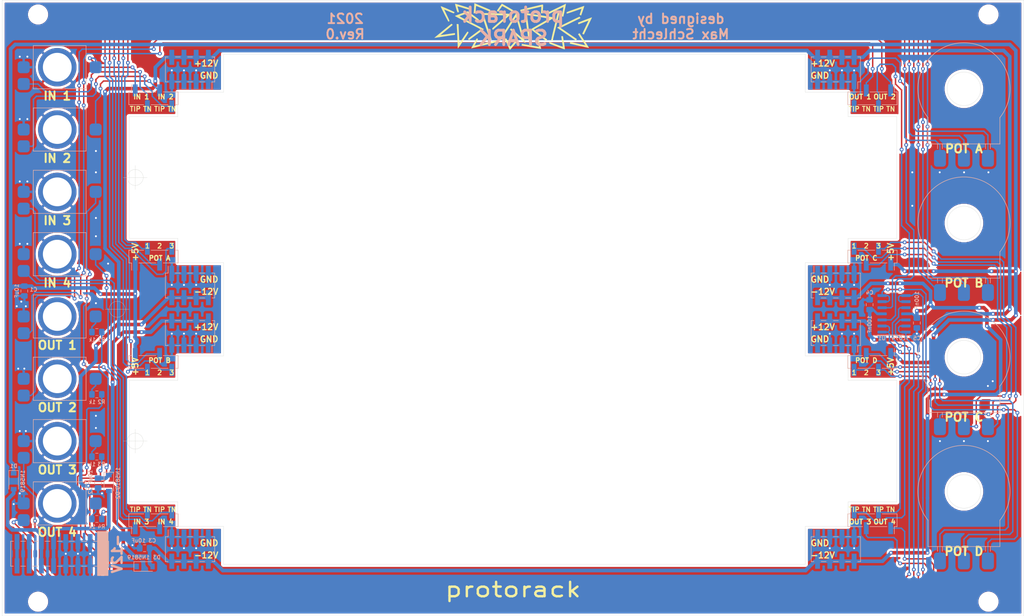
<source format=kicad_pcb>
(kicad_pcb (version 20171130) (host pcbnew "(5.1.6)-1")
  (layers (0 F.Cu signal hide) (31 B.Cu signal) (34 B.Paste user hide) (35 F.Paste user hide) (36 B.SilkS user) (37 F.SilkS user) (38 B.Mask user hide) (39 F.Mask user hide) (44 Edge.Cuts user))
  (net 0 "")
  (net 1 "Net-(D1-Pad2)")
  (net 2 "Net-(D2-Pad2)")
  (net 3 "Net-(D3-Pad1)")
  (net 4 GND)
  (net 5 /POTA_3)
  (net 6 /POTA_2)
  (net 7 /POTA_1)
  (net 8 /POTB_3)
  (net 9 /POTB_2)
  (net 10 /POTB_1)
  (net 11 /POTC_3)
  (net 12 /POTC_2)
  (net 13 /POTC_1)
  (net 14 /POTD_1)
  (net 15 /POTD_2)
  (net 16 /POTD_3)
  (net 17 +5V)
  (net 18 +12V)
  (net 19 -12V)
  (net 20 /OUT1_TN)
  (net 21 "Net-(R3-Pad2)")
  (net 22 /OUT2_TN)
  (net 23 /IN1_TN)
  (net 24 /IN1_T)
  (net 25 /IN2_TN)
  (net 26 /IN2_T)
  (net 27 /IN3_TN)
  (net 28 /IN3_T)
  (net 29 /IN4_TN)
  (net 30 /IN4_T)
  (net 31 "Net-(J24-PadT)")
  (net 32 "Net-(J25-PadT)")
  (net 33 "Net-(R1-Pad2)")
  (net 34 "Net-(R2-Pad2)")
  (net 35 /OUT1_T)
  (net 36 /OUT2_T)
  (net 37 /OUT3_T)
  (net 38 /OUT4_T)
  (net 39 /OUT3_TN)
  (net 40 /OUT4_TN)
  (net 41 "Net-(J22-PadT)")
  (net 42 "Net-(J23-PadT)")
  (net 43 "Net-(R4-Pad2)")
  (net 44 "Net-(J5-Pad15)")
  (net 45 "Net-(J5-Pad13)")
  (module custom:WQP-PJ398_SMD (layer F.Cu) (at 47.25 142.93 90)
    (fp_text reference J25 hide)
    (fp_text value OUT2)
    (pad TN smd roundrect (at -3.5 -7 90) (size 2.5 2.5) (layers B.Cu B.Paste B.Mask) (net 40 /OUT4_TN))
    (pad T smd roundrect (at 0 8 90) (size 2.5 2.5) (layers B.Cu B.Paste B.Mask) (net 32 "Net-(J25-PadT)"))
    (pad S smd roundrect (at 0 -7 90) (size 2.5 2.5) (layers B.Cu B.Paste B.Mask) (net 4 GND))
    (pad S thru_hole circle (at 0 0 90) (size 8 8) (drill 6) (layers *.Cu *.Mask) (net 4 GND))
  )
  (module custom:WQP-PJ398_SMD (layer F.Cu) (at 47.25 129.93 90)
    (fp_text reference J24 hide)
    (fp_text value OUT1)
    (pad TN smd roundrect (at -3.5 -7 90) (size 2.5 2.5) (layers B.Cu B.Paste B.Mask) (net 39 /OUT3_TN))
    (pad T smd roundrect (at 0 8 90) (size 2.5 2.5) (layers B.Cu B.Paste B.Mask) (net 31 "Net-(J24-PadT)"))
    (pad S smd roundrect (at 0 -7 90) (size 2.5 2.5) (layers B.Cu B.Paste B.Mask) (net 4 GND))
    (pad S thru_hole circle (at 0 0 90) (size 8 8) (drill 6) (layers *.Cu *.Mask) (net 4 GND))
  )
  (module custom:WQP-PJ398_SMD (layer F.Cu) (at 47.25 116.93 90)
    (fp_text reference J23 hide)
    (fp_text value OUT2)
    (pad TN smd roundrect (at -3.5 -7 90) (size 2.5 2.5) (layers B.Cu B.Paste B.Mask) (net 22 /OUT2_TN))
    (pad T smd roundrect (at 0 8 90) (size 2.5 2.5) (layers B.Cu B.Paste B.Mask) (net 42 "Net-(J23-PadT)"))
    (pad S smd roundrect (at 0 -7 90) (size 2.5 2.5) (layers B.Cu B.Paste B.Mask) (net 4 GND))
    (pad S thru_hole circle (at 0 0 90) (size 8 8) (drill 6) (layers *.Cu *.Mask) (net 4 GND))
  )
  (module custom:WQP-PJ398_SMD (layer F.Cu) (at 47.25 90.93 90)
    (fp_text reference J4 hide)
    (fp_text value IN4)
    (pad TN smd roundrect (at -3.5 -7 90) (size 2.5 2.5) (layers B.Cu B.Paste B.Mask) (net 29 /IN4_TN))
    (pad T smd roundrect (at 0 8 90) (size 2.5 2.5) (layers B.Cu B.Paste B.Mask) (net 30 /IN4_T))
    (pad S smd roundrect (at 0 -7 90) (size 2.5 2.5) (layers B.Cu B.Paste B.Mask) (net 4 GND))
    (pad S thru_hole circle (at 0 0 90) (size 8 8) (drill 6) (layers *.Cu *.Mask) (net 4 GND))
  )
  (module custom:WQP-PJ398_SMD (layer F.Cu) (at 47.25 77.93 90)
    (fp_text reference J3 hide)
    (fp_text value IN3)
    (pad TN smd roundrect (at -3.5 -7 90) (size 2.5 2.5) (layers B.Cu B.Paste B.Mask) (net 27 /IN3_TN))
    (pad T smd roundrect (at 0 8 90) (size 2.5 2.5) (layers B.Cu B.Paste B.Mask) (net 28 /IN3_T))
    (pad S smd roundrect (at 0 -7 90) (size 2.5 2.5) (layers B.Cu B.Paste B.Mask) (net 4 GND))
    (pad S thru_hole circle (at 0 0 90) (size 8 8) (drill 6) (layers *.Cu *.Mask) (net 4 GND))
  )
  (module custom:WQP-PJ398_SMD (layer F.Cu) (at 47.25 64.93 90)
    (fp_text reference J2 hide)
    (fp_text value IN2)
    (pad TN smd roundrect (at -3.5 -7 90) (size 2.5 2.5) (layers B.Cu B.Paste B.Mask) (net 25 /IN2_TN))
    (pad T smd roundrect (at 0 8 90) (size 2.5 2.5) (layers B.Cu B.Paste B.Mask) (net 26 /IN2_T))
    (pad S smd roundrect (at 0 -7 90) (size 2.5 2.5) (layers B.Cu B.Paste B.Mask) (net 4 GND))
    (pad S thru_hole circle (at 0 0 90) (size 8 8) (drill 6) (layers *.Cu *.Mask) (net 4 GND))
  )
  (module custom:WQP-PJ398_SMD (layer F.Cu) (at 47.25 51.93 90)
    (fp_text reference J1 hide)
    (fp_text value IN1)
    (pad TN smd roundrect (at -3.5 -7 90) (size 2.5 2.5) (layers B.Cu B.Paste B.Mask) (net 23 /IN1_TN))
    (pad T smd roundrect (at 0 8 90) (size 2.5 2.5) (layers B.Cu B.Paste B.Mask) (net 24 /IN1_T))
    (pad S smd roundrect (at 0 -7 90) (size 2.5 2.5) (layers B.Cu B.Paste B.Mask) (net 4 GND))
    (pad S thru_hole circle (at 0 0 90) (size 8 8) (drill 6) (layers *.Cu *.Mask) (net 4 GND))
  )
  (module custom:WQP-PJ398_SMD (layer F.Cu) (at 47.25 103.93 90)
    (fp_text reference J22 hide)
    (fp_text value OUT1)
    (pad TN smd roundrect (at -3.5 -7 90) (size 2.5 2.5) (layers B.Cu B.Paste B.Mask) (net 20 /OUT1_TN))
    (pad T smd roundrect (at 0 8 90) (size 2.5 2.5) (layers B.Cu B.Paste B.Mask) (net 41 "Net-(J22-PadT)"))
    (pad S smd roundrect (at 0 -7 90) (size 2.5 2.5) (layers B.Cu B.Paste B.Mask) (net 4 GND))
    (pad S thru_hole circle (at 0 0 90) (size 8 8) (drill 6) (layers *.Cu *.Mask) (net 4 GND))
  )
  (module custom:spark-logo (layer F.Cu) (at 142.25 43.43)
    (fp_text reference G*** hide)
    (fp_text value LOGO hide)
  )
  (module Capacitor_SMD:C_0805_2012Metric_Pad1.15x1.40mm_HandSolder (layer B.Cu) (at 65.465 152.2775)
    (fp_text reference C3 (at 1.5875 -1.5875) (layer B.SilkS) (effects (font (size 0.8 0.8)) (justify mirror)))
    (fp_text value 10uF (at -1.27 -1.5875) (layer B.SilkS) (effects (font (size 0.8 0.8)) (justify mirror)))
    (pad 2 smd roundrect (at 1.025 0) (size 1.15 1.4) (layers B.Cu B.Paste B.Mask) (roundrect_rratio 0.217391) (net 19 -12V))
    (pad 1 smd roundrect (at -1.025 0) (size 1.15 1.4) (layers B.Cu B.Paste B.Mask) (roundrect_rratio 0.217391) (net 4 GND))
  )
  (module Capacitor_SMD:C_0805_2012Metric_Pad1.15x1.40mm_HandSolder (layer B.Cu) (at 55.75 138.68 270)
    (fp_text reference C2 (at 1.5875 1.5875 90) (layer B.SilkS) (effects (font (size 0.8 0.8)) (justify mirror)))
    (fp_text value 10uF (at -1.27 1.5875 90) (layer B.SilkS) (effects (font (size 0.8 0.8)) (justify mirror)))
    (pad 2 smd roundrect (at 1.025 0 270) (size 1.15 1.4) (layers B.Cu B.Paste B.Mask) (roundrect_rratio 0.217391) (net 4 GND))
    (pad 1 smd roundrect (at -1.025 0 270) (size 1.15 1.4) (layers B.Cu B.Paste B.Mask) (roundrect_rratio 0.217391) (net 18 +12V))
  )
  (module Capacitor_SMD:C_0805_2012Metric_Pad1.15x1.40mm_HandSolder (layer B.Cu) (at 40.3825 98.62 90)
    (fp_text reference C1 (at 0.3175 1.905 180) (layer B.SilkS) (effects (font (size 0.8 0.8)) (justify mirror)))
    (fp_text value 10uF (at 0 -1.5875 90) (layer B.SilkS) (effects (font (size 0.8 0.8)) (justify mirror)))
    (pad 2 smd roundrect (at 1.025 0 90) (size 1.15 1.4) (layers B.Cu B.Paste B.Mask) (roundrect_rratio 0.217391) (net 17 +5V))
    (pad 1 smd roundrect (at -1.025 0 90) (size 1.15 1.4) (layers B.Cu B.Paste B.Mask) (roundrect_rratio 0.217391) (net 4 GND))
  )
  (module custom:potentiometer_SMD (layer F.Cu) (at 236.25 112.43)
    (fp_text reference RV3 hide)
    (fp_text value 100k)
    (pad 3 smd roundrect (at 5 14.5) (size 2.5 3.5) (layers B.Cu B.Paste B.Mask) (net 11 /POTC_3))
    (pad 2 smd roundrect (at 0 14.5) (size 2.5 3.5) (layers B.Cu B.Paste B.Mask) (net 12 /POTC_2))
    (pad 1 smd roundrect (at -5 14.5) (size 2.5 3.5) (layers B.Cu B.Paste B.Mask) (net 13 /POTC_1))
  )
  (module custom:potentiometer_SMD (layer F.Cu) (at 236.25 140.43)
    (fp_text reference RV4 hide)
    (fp_text value 100k)
    (pad 3 smd roundrect (at 5 14.5) (size 2.5 3.5) (layers B.Cu B.Paste B.Mask) (net 16 /POTD_3))
    (pad 2 smd roundrect (at 0 14.5) (size 2.5 3.5) (layers B.Cu B.Paste B.Mask) (net 15 /POTD_2))
    (pad 1 smd roundrect (at -5 14.5) (size 2.5 3.5) (layers B.Cu B.Paste B.Mask) (net 14 /POTD_1))
  )
  (module custom:potentiometer_SMD (layer F.Cu) (at 236.25 84.43)
    (fp_text reference RV2 hide)
    (fp_text value 100k)
    (pad 3 smd roundrect (at 5 14.5) (size 2.5 3.5) (layers B.Cu B.Paste B.Mask) (net 8 /POTB_3))
    (pad 2 smd roundrect (at 0 14.5) (size 2.5 3.5) (layers B.Cu B.Paste B.Mask) (net 9 /POTB_2))
    (pad 1 smd roundrect (at -5 14.5) (size 2.5 3.5) (layers B.Cu B.Paste B.Mask) (net 10 /POTB_1))
  )
  (module custom:potentiometer_SMD (layer F.Cu) (at 236.25 56.43)
    (fp_text reference RV1 hide)
    (fp_text value 100k)
    (pad 3 smd roundrect (at 5 14.5) (size 2.5 3.5) (layers B.Cu B.Paste B.Mask) (net 5 /POTA_3))
    (pad 2 smd roundrect (at 0 14.5) (size 2.5 3.5) (layers B.Cu B.Paste B.Mask) (net 6 /POTA_2))
    (pad 1 smd roundrect (at -5 14.5) (size 2.5 3.5) (layers B.Cu B.Paste B.Mask) (net 7 /POTA_1))
  )
  (module MountingHole:MountingHole_3.2mm_M3 (layer F.Cu) (at 241.37 163.43)
    (fp_text reference REF** hide)
    (fp_text value MountingHole_3.2mm_M3)
    (pad 1 np_thru_hole circle (at 0 0) (size 3.2 3.2) (drill 3.2) (layers *.Cu *.Mask))
  )
  (module MountingHole:MountingHole_3.2mm_M3 (layer F.Cu) (at 241.37 40.93)
    (fp_text reference REF** hide)
    (fp_text value MountingHole_3.2mm_M3)
    (pad 1 np_thru_hole circle (at 0 0) (size 3.2 3.2) (drill 3.2) (layers *.Cu *.Mask))
  )
  (module MountingHole:MountingHole_3.2mm_M3 (layer F.Cu) (at 43.25 163.43)
    (fp_text reference REF** hide)
    (fp_text value MountingHole_3.2mm_M3)
    (pad 1 np_thru_hole circle (at 0 0) (size 3.2 3.2) (drill 3.2) (layers *.Cu *.Mask))
  )
  (module MountingHole:MountingHole_3.2mm_M3 (layer F.Cu) (at 43.25 40.93)
    (fp_text reference REF** hide)
    (fp_text value MountingHole_3.2mm_M3)
    (pad 1 np_thru_hole circle (at 0 0) (size 3.2 3.2) (drill 3.2) (layers *.Cu *.Mask))
  )
  (module Connector_PinHeader_2.54mm:PinHeader_2x04_P2.54mm_Vertical_SMD (layer B.Cu) (at 74.93 52.3875 90)
    (fp_text reference J6 hide)
    (fp_text value POWER_A_1_1)
    (pad 8 smd rect (at 2.525 -3.81 90) (size 3.15 1) (layers B.Cu B.Paste B.Mask) (net 18 +12V))
    (pad 7 smd rect (at -2.525 -3.81 90) (size 3.15 1) (layers B.Cu B.Paste B.Mask) (net 4 GND))
    (pad 6 smd rect (at 2.525 -1.27 90) (size 3.15 1) (layers B.Cu B.Paste B.Mask) (net 18 +12V))
    (pad 5 smd rect (at -2.525 -1.27 90) (size 3.15 1) (layers B.Cu B.Paste B.Mask) (net 4 GND))
    (pad 4 smd rect (at 2.525 1.27 90) (size 3.15 1) (layers B.Cu B.Paste B.Mask) (net 18 +12V))
    (pad 3 smd rect (at -2.525 1.27 90) (size 3.15 1) (layers B.Cu B.Paste B.Mask) (net 4 GND))
    (pad 2 smd rect (at 2.525 3.81 90) (size 3.15 1) (layers B.Cu B.Paste B.Mask) (net 18 +12V))
    (pad 1 smd rect (at -2.525 3.81 90) (size 3.15 1) (layers B.Cu B.Paste B.Mask) (net 4 GND))
  )
  (module Connector_PinHeader_2.54mm:PinHeader_1x04_P2.54mm_Vertical_SMD_Pin1Right (layer B.Cu) (at 217.17 113.42 90)
    (fp_text reference J20 hide)
    (fp_text value CONN_B_1_2)
    (pad 3 smd rect (at 1.655 -1.27 90) (size 2.51 1) (layers B.Cu B.Paste B.Mask) (net 15 /POTD_2))
    (pad 1 smd rect (at 1.655 3.81 90) (size 2.51 1) (layers B.Cu B.Paste B.Mask) (net 17 +5V))
    (pad 4 smd rect (at -1.655 -3.81 90) (size 2.51 1) (layers B.Cu B.Paste B.Mask) (net 14 /POTD_1))
    (pad 2 smd rect (at -1.655 1.27 90) (size 2.51 1) (layers B.Cu B.Paste B.Mask) (net 16 /POTD_3))
  )
  (module Connector_PinHeader_2.54mm:PinHeader_1x04_P2.54mm_Vertical_SMD_Pin1Right (layer B.Cu) (at 217.17 58.42 90)
    (fp_text reference J18 hide)
    (fp_text value CONN_A_1_2)
    (pad 3 smd rect (at 1.655 -1.27 90) (size 2.51 1) (layers B.Cu B.Paste B.Mask) (net 20 /OUT1_TN))
    (pad 1 smd rect (at 1.655 3.81 90) (size 2.51 1) (layers B.Cu B.Paste B.Mask) (net 22 /OUT2_TN))
    (pad 4 smd rect (at -1.655 -3.81 90) (size 2.51 1) (layers B.Cu B.Paste B.Mask) (net 35 /OUT1_T))
    (pad 2 smd rect (at -1.655 1.27 90) (size 2.51 1) (layers B.Cu B.Paste B.Mask) (net 36 /OUT2_T))
  )
  (module Connector_PinHeader_2.54mm:PinHeader_1x04_P2.54mm_Vertical_SMD_Pin1Right (layer B.Cu) (at 67.31 146.44 270)
    (fp_text reference J17 hide)
    (fp_text value CONN_B_2_1)
    (pad 3 smd rect (at 1.655 -1.27 270) (size 2.51 1) (layers B.Cu B.Paste B.Mask) (net 30 /IN4_T))
    (pad 1 smd rect (at 1.655 3.81 270) (size 2.51 1) (layers B.Cu B.Paste B.Mask) (net 28 /IN3_T))
    (pad 4 smd rect (at -1.655 -3.81 270) (size 2.51 1) (layers B.Cu B.Paste B.Mask) (net 29 /IN4_TN))
    (pad 2 smd rect (at -1.655 1.27 270) (size 2.51 1) (layers B.Cu B.Paste B.Mask) (net 27 /IN3_TN))
  )
  (module Connector_PinHeader_2.54mm:PinHeader_1x04_P2.54mm_Vertical_SMD_Pin1Right (layer B.Cu) (at 67.31 91.44 270)
    (fp_text reference J15 hide)
    (fp_text value CONN_A_2_1)
    (pad 3 smd rect (at 1.655 -1.27 270) (size 2.51 1) (layers B.Cu B.Paste B.Mask) (net 6 /POTA_2))
    (pad 1 smd rect (at 1.655 3.81 270) (size 2.51 1) (layers B.Cu B.Paste B.Mask) (net 17 +5V))
    (pad 4 smd rect (at -1.655 -3.81 270) (size 2.51 1) (layers B.Cu B.Paste B.Mask) (net 5 /POTA_3))
    (pad 2 smd rect (at -1.655 1.27 270) (size 2.51 1) (layers B.Cu B.Paste B.Mask) (net 7 /POTA_1))
  )
  (module Connector_PinHeader_2.54mm:PinHeader_2x04_P2.54mm_Vertical_SMD (layer B.Cu) (at 209.55 152.4725 270)
    (fp_text reference J13 hide)
    (fp_text value POWER_B_2_2)
    (pad 8 smd rect (at 2.525 -3.81 270) (size 3.15 1) (layers B.Cu B.Paste B.Mask) (net 19 -12V))
    (pad 7 smd rect (at -2.525 -3.81 270) (size 3.15 1) (layers B.Cu B.Paste B.Mask) (net 4 GND))
    (pad 6 smd rect (at 2.525 -1.27 270) (size 3.15 1) (layers B.Cu B.Paste B.Mask) (net 19 -12V))
    (pad 5 smd rect (at -2.525 -1.27 270) (size 3.15 1) (layers B.Cu B.Paste B.Mask) (net 4 GND))
    (pad 4 smd rect (at 2.525 1.27 270) (size 3.15 1) (layers B.Cu B.Paste B.Mask) (net 19 -12V))
    (pad 3 smd rect (at -2.525 1.27 270) (size 3.15 1) (layers B.Cu B.Paste B.Mask) (net 4 GND))
    (pad 2 smd rect (at 2.525 3.81 270) (size 3.15 1) (layers B.Cu B.Paste B.Mask) (net 19 -12V))
    (pad 1 smd rect (at -2.525 3.81 270) (size 3.15 1) (layers B.Cu B.Paste B.Mask) (net 4 GND))
  )
  (module Connector_PinHeader_2.54mm:PinHeader_2x04_P2.54mm_Vertical_SMD (layer B.Cu) (at 209.55 107.3875 90)
    (fp_text reference J12 hide)
    (fp_text value POWER_B_1_2)
    (pad 8 smd rect (at 2.525 -3.81 90) (size 3.15 1) (layers B.Cu B.Paste B.Mask) (net 18 +12V))
    (pad 7 smd rect (at -2.525 -3.81 90) (size 3.15 1) (layers B.Cu B.Paste B.Mask) (net 4 GND))
    (pad 6 smd rect (at 2.525 -1.27 90) (size 3.15 1) (layers B.Cu B.Paste B.Mask) (net 18 +12V))
    (pad 5 smd rect (at -2.525 -1.27 90) (size 3.15 1) (layers B.Cu B.Paste B.Mask) (net 4 GND))
    (pad 4 smd rect (at 2.525 1.27 90) (size 3.15 1) (layers B.Cu B.Paste B.Mask) (net 18 +12V))
    (pad 3 smd rect (at -2.525 1.27 90) (size 3.15 1) (layers B.Cu B.Paste B.Mask) (net 4 GND))
    (pad 2 smd rect (at 2.525 3.81 90) (size 3.15 1) (layers B.Cu B.Paste B.Mask) (net 18 +12V))
    (pad 1 smd rect (at -2.525 3.81 90) (size 3.15 1) (layers B.Cu B.Paste B.Mask) (net 4 GND))
  )
  (module Connector_PinHeader_2.54mm:PinHeader_2x04_P2.54mm_Vertical_SMD (layer B.Cu) (at 209.55 97.4725 270)
    (fp_text reference J11 hide)
    (fp_text value POWER_A_2_2)
    (pad 8 smd rect (at 2.525 -3.81 270) (size 3.15 1) (layers B.Cu B.Paste B.Mask) (net 19 -12V))
    (pad 7 smd rect (at -2.525 -3.81 270) (size 3.15 1) (layers B.Cu B.Paste B.Mask) (net 4 GND))
    (pad 6 smd rect (at 2.525 -1.27 270) (size 3.15 1) (layers B.Cu B.Paste B.Mask) (net 19 -12V))
    (pad 5 smd rect (at -2.525 -1.27 270) (size 3.15 1) (layers B.Cu B.Paste B.Mask) (net 4 GND))
    (pad 4 smd rect (at 2.525 1.27 270) (size 3.15 1) (layers B.Cu B.Paste B.Mask) (net 19 -12V))
    (pad 3 smd rect (at -2.525 1.27 270) (size 3.15 1) (layers B.Cu B.Paste B.Mask) (net 4 GND))
    (pad 2 smd rect (at 2.525 3.81 270) (size 3.15 1) (layers B.Cu B.Paste B.Mask) (net 19 -12V))
    (pad 1 smd rect (at -2.525 3.81 270) (size 3.15 1) (layers B.Cu B.Paste B.Mask) (net 4 GND))
  )
  (module Connector_PinHeader_2.54mm:PinHeader_2x04_P2.54mm_Vertical_SMD (layer B.Cu) (at 209.55 52.3875 90)
    (fp_text reference J10 hide)
    (fp_text value POWER_A_1_2)
    (pad 8 smd rect (at 2.525 -3.81 90) (size 3.15 1) (layers B.Cu B.Paste B.Mask) (net 18 +12V))
    (pad 7 smd rect (at -2.525 -3.81 90) (size 3.15 1) (layers B.Cu B.Paste B.Mask) (net 4 GND))
    (pad 6 smd rect (at 2.525 -1.27 90) (size 3.15 1) (layers B.Cu B.Paste B.Mask) (net 18 +12V))
    (pad 5 smd rect (at -2.525 -1.27 90) (size 3.15 1) (layers B.Cu B.Paste B.Mask) (net 4 GND))
    (pad 4 smd rect (at 2.525 1.27 90) (size 3.15 1) (layers B.Cu B.Paste B.Mask) (net 18 +12V))
    (pad 3 smd rect (at -2.525 1.27 90) (size 3.15 1) (layers B.Cu B.Paste B.Mask) (net 4 GND))
    (pad 2 smd rect (at 2.525 3.81 90) (size 3.15 1) (layers B.Cu B.Paste B.Mask) (net 18 +12V))
    (pad 1 smd rect (at -2.525 3.81 90) (size 3.15 1) (layers B.Cu B.Paste B.Mask) (net 4 GND))
  )
  (module Connector_PinHeader_2.54mm:PinHeader_2x04_P2.54mm_Vertical_SMD (layer B.Cu) (at 74.93 152.4725 270)
    (fp_text reference J9 hide)
    (fp_text value POWER_B_2_1)
    (pad 8 smd rect (at 2.525 -3.81 270) (size 3.15 1) (layers B.Cu B.Paste B.Mask) (net 19 -12V))
    (pad 7 smd rect (at -2.525 -3.81 270) (size 3.15 1) (layers B.Cu B.Paste B.Mask) (net 4 GND))
    (pad 6 smd rect (at 2.525 -1.27 270) (size 3.15 1) (layers B.Cu B.Paste B.Mask) (net 19 -12V))
    (pad 5 smd rect (at -2.525 -1.27 270) (size 3.15 1) (layers B.Cu B.Paste B.Mask) (net 4 GND))
    (pad 4 smd rect (at 2.525 1.27 270) (size 3.15 1) (layers B.Cu B.Paste B.Mask) (net 19 -12V))
    (pad 3 smd rect (at -2.525 1.27 270) (size 3.15 1) (layers B.Cu B.Paste B.Mask) (net 4 GND))
    (pad 2 smd rect (at 2.525 3.81 270) (size 3.15 1) (layers B.Cu B.Paste B.Mask) (net 19 -12V))
    (pad 1 smd rect (at -2.525 3.81 270) (size 3.15 1) (layers B.Cu B.Paste B.Mask) (net 4 GND))
  )
  (module Connector_PinHeader_2.54mm:PinHeader_2x04_P2.54mm_Vertical_SMD (layer B.Cu) (at 74.93 107.3875 90)
    (fp_text reference J8 hide)
    (fp_text value POWER_B_1_1)
    (pad 8 smd rect (at 2.525 -3.81 90) (size 3.15 1) (layers B.Cu B.Paste B.Mask) (net 18 +12V))
    (pad 7 smd rect (at -2.525 -3.81 90) (size 3.15 1) (layers B.Cu B.Paste B.Mask) (net 4 GND))
    (pad 6 smd rect (at 2.525 -1.27 90) (size 3.15 1) (layers B.Cu B.Paste B.Mask) (net 18 +12V))
    (pad 5 smd rect (at -2.525 -1.27 90) (size 3.15 1) (layers B.Cu B.Paste B.Mask) (net 4 GND))
    (pad 4 smd rect (at 2.525 1.27 90) (size 3.15 1) (layers B.Cu B.Paste B.Mask) (net 18 +12V))
    (pad 3 smd rect (at -2.525 1.27 90) (size 3.15 1) (layers B.Cu B.Paste B.Mask) (net 4 GND))
    (pad 2 smd rect (at 2.525 3.81 90) (size 3.15 1) (layers B.Cu B.Paste B.Mask) (net 18 +12V))
    (pad 1 smd rect (at -2.525 3.81 90) (size 3.15 1) (layers B.Cu B.Paste B.Mask) (net 4 GND))
  )
  (module Connector_PinHeader_2.54mm:PinHeader_2x04_P2.54mm_Vertical_SMD (layer B.Cu) (at 74.93 97.4725 270)
    (fp_text reference J7 hide)
    (fp_text value POWER_A_2_1)
    (pad 8 smd rect (at 2.525 -3.81 270) (size 3.15 1) (layers B.Cu B.Paste B.Mask) (net 19 -12V))
    (pad 7 smd rect (at -2.525 -3.81 270) (size 3.15 1) (layers B.Cu B.Paste B.Mask) (net 4 GND))
    (pad 6 smd rect (at 2.525 -1.27 270) (size 3.15 1) (layers B.Cu B.Paste B.Mask) (net 19 -12V))
    (pad 5 smd rect (at -2.525 -1.27 270) (size 3.15 1) (layers B.Cu B.Paste B.Mask) (net 4 GND))
    (pad 4 smd rect (at 2.525 1.27 270) (size 3.15 1) (layers B.Cu B.Paste B.Mask) (net 19 -12V))
    (pad 3 smd rect (at -2.525 1.27 270) (size 3.15 1) (layers B.Cu B.Paste B.Mask) (net 4 GND))
    (pad 2 smd rect (at 2.525 3.81 270) (size 3.15 1) (layers B.Cu B.Paste B.Mask) (net 19 -12V))
    (pad 1 smd rect (at -2.525 3.81 270) (size 3.15 1) (layers B.Cu B.Paste B.Mask) (net 4 GND))
  )
  (module Connector_PinHeader_2.54mm:PinHeader_2x08_P2.54mm_Vertical_SMD (layer B.Cu) (at 47.75 153.43 90)
    (fp_text reference J5 hide)
    (fp_text value POWER)
    (pad 16 smd rect (at 2.525 -8.89 90) (size 3.15 1) (layers B.Cu B.Paste B.Mask) (net 44 "Net-(J5-Pad15)"))
    (pad 15 smd rect (at -2.525 -8.89 90) (size 3.15 1) (layers B.Cu B.Paste B.Mask) (net 44 "Net-(J5-Pad15)"))
    (pad 14 smd rect (at 2.525 -6.35 90) (size 3.15 1) (layers B.Cu B.Paste B.Mask) (net 45 "Net-(J5-Pad13)"))
    (pad 13 smd rect (at -2.525 -6.35 90) (size 3.15 1) (layers B.Cu B.Paste B.Mask) (net 45 "Net-(J5-Pad13)"))
    (pad 12 smd rect (at 2.525 -3.81 90) (size 3.15 1) (layers B.Cu B.Paste B.Mask) (net 1 "Net-(D1-Pad2)"))
    (pad 11 smd rect (at -2.525 -3.81 90) (size 3.15 1) (layers B.Cu B.Paste B.Mask) (net 1 "Net-(D1-Pad2)"))
    (pad 10 smd rect (at 2.525 -1.27 90) (size 3.15 1) (layers B.Cu B.Paste B.Mask) (net 2 "Net-(D2-Pad2)"))
    (pad 9 smd rect (at -2.525 -1.27 90) (size 3.15 1) (layers B.Cu B.Paste B.Mask) (net 2 "Net-(D2-Pad2)"))
    (pad 8 smd rect (at 2.525 1.27 90) (size 3.15 1) (layers B.Cu B.Paste B.Mask) (net 4 GND))
    (pad 7 smd rect (at -2.525 1.27 90) (size 3.15 1) (layers B.Cu B.Paste B.Mask) (net 4 GND))
    (pad 6 smd rect (at 2.525 3.81 90) (size 3.15 1) (layers B.Cu B.Paste B.Mask) (net 4 GND))
    (pad 5 smd rect (at -2.525 3.81 90) (size 3.15 1) (layers B.Cu B.Paste B.Mask) (net 4 GND))
    (pad 4 smd rect (at 2.525 6.35 90) (size 3.15 1) (layers B.Cu B.Paste B.Mask) (net 4 GND))
    (pad 3 smd rect (at -2.525 6.35 90) (size 3.15 1) (layers B.Cu B.Paste B.Mask) (net 4 GND))
    (pad 2 smd rect (at 2.525 8.89 90) (size 3.15 1) (layers B.Cu B.Paste B.Mask) (net 3 "Net-(D3-Pad1)"))
    (pad 1 smd rect (at -2.525 8.89 90) (size 3.15 1) (layers B.Cu B.Paste B.Mask) (net 3 "Net-(D3-Pad1)"))
  )
  (module Package_SO:SOIC-14_3.9x8.7mm_P1.27mm (layer B.Cu) (at 221.675 103.3825)
    (fp_text reference U1 (at -2.54 5.08) (layer B.SilkS) (effects (font (size 0.8 0.8)) (justify mirror)))
    (fp_text value TL074 (at 1.27 5.08) (layer B.SilkS) (effects (font (size 0.8 0.8)) (justify mirror)))
    (pad 14 smd roundrect (at 2.475 3.81) (size 1.95 0.6) (layers B.Cu B.Paste B.Mask) (net 43 "Net-(R4-Pad2)"))
    (pad 13 smd roundrect (at 2.475 2.54) (size 1.95 0.6) (layers B.Cu B.Paste B.Mask) (net 43 "Net-(R4-Pad2)"))
    (pad 12 smd roundrect (at 2.475 1.27) (size 1.95 0.6) (layers B.Cu B.Paste B.Mask) (net 38 /OUT4_T))
    (pad 11 smd roundrect (at 2.475 0) (size 1.95 0.6) (layers B.Cu B.Paste B.Mask) (net 19 -12V))
    (pad 10 smd roundrect (at 2.475 -1.27) (size 1.95 0.6) (layers B.Cu B.Paste B.Mask) (net 37 /OUT3_T))
    (pad 9 smd roundrect (at 2.475 -2.54) (size 1.95 0.6) (layers B.Cu B.Paste B.Mask) (net 21 "Net-(R3-Pad2)"))
    (pad 8 smd roundrect (at 2.475 -3.81) (size 1.95 0.6) (layers B.Cu B.Paste B.Mask) (net 21 "Net-(R3-Pad2)"))
    (pad 7 smd roundrect (at -2.475 -3.81) (size 1.95 0.6) (layers B.Cu B.Paste B.Mask) (net 34 "Net-(R2-Pad2)"))
    (pad 6 smd roundrect (at -2.475 -2.54) (size 1.95 0.6) (layers B.Cu B.Paste B.Mask) (net 34 "Net-(R2-Pad2)"))
    (pad 5 smd roundrect (at -2.475 -1.27) (size 1.95 0.6) (layers B.Cu B.Paste B.Mask) (net 36 /OUT2_T))
    (pad 4 smd roundrect (at -2.475 0) (size 1.95 0.6) (layers B.Cu B.Paste B.Mask) (net 18 +12V))
    (pad 3 smd roundrect (at -2.475 1.27) (size 1.95 0.6) (layers B.Cu B.Paste B.Mask) (net 35 /OUT1_T))
    (pad 2 smd roundrect (at -2.475 2.54) (size 1.95 0.6) (layers B.Cu B.Paste B.Mask) (net 33 "Net-(R1-Pad2)"))
    (pad 1 smd roundrect (at -2.475 3.81) (size 1.95 0.6) (layers B.Cu B.Paste B.Mask) (net 33 "Net-(R1-Pad2)"))
  )
  (module Connector_PinHeader_2.54mm:PinHeader_1x04_P2.54mm_Vertical_SMD_Pin1Left (layer B.Cu) (at 217.17 146.44 90)
    (fp_text reference J21 hide)
    (fp_text value CONN_B_2_2)
    (pad 4 smd rect (at 1.655 -3.81 90) (size 2.51 1) (layers B.Cu B.Paste B.Mask) (net 37 /OUT3_T))
    (pad 2 smd rect (at 1.655 1.27 90) (size 2.51 1) (layers B.Cu B.Paste B.Mask) (net 38 /OUT4_T))
    (pad 3 smd rect (at -1.655 -1.27 90) (size 2.51 1) (layers B.Cu B.Paste B.Mask) (net 39 /OUT3_TN))
    (pad 1 smd rect (at -1.655 3.81 90) (size 2.51 1) (layers B.Cu B.Paste B.Mask) (net 40 /OUT4_TN))
  )
  (module Connector_PinHeader_2.54mm:PinHeader_1x04_P2.54mm_Vertical_SMD_Pin1Left (layer B.Cu) (at 217.17 91.44 90)
    (fp_text reference J19 hide)
    (fp_text value CONN_A_2_2)
    (pad 4 smd rect (at 1.655 -3.81 90) (size 2.51 1) (layers B.Cu B.Paste B.Mask) (net 13 /POTC_1))
    (pad 2 smd rect (at 1.655 1.27 90) (size 2.51 1) (layers B.Cu B.Paste B.Mask) (net 11 /POTC_3))
    (pad 3 smd rect (at -1.655 -1.27 90) (size 2.51 1) (layers B.Cu B.Paste B.Mask) (net 12 /POTC_2))
    (pad 1 smd rect (at -1.655 3.81 90) (size 2.51 1) (layers B.Cu B.Paste B.Mask) (net 17 +5V))
  )
  (module Connector_PinHeader_2.54mm:PinHeader_1x04_P2.54mm_Vertical_SMD_Pin1Left (layer B.Cu) (at 67.31 113.42 270)
    (fp_text reference J16 hide)
    (fp_text value CONN_B_1_1)
    (pad 4 smd rect (at 1.655 -3.81 270) (size 2.51 1) (layers B.Cu B.Paste B.Mask) (net 8 /POTB_3))
    (pad 2 smd rect (at 1.655 1.27 270) (size 2.51 1) (layers B.Cu B.Paste B.Mask) (net 10 /POTB_1))
    (pad 3 smd rect (at -1.655 -1.27 270) (size 2.51 1) (layers B.Cu B.Paste B.Mask) (net 9 /POTB_2))
    (pad 1 smd rect (at -1.655 3.81 270) (size 2.51 1) (layers B.Cu B.Paste B.Mask) (net 17 +5V))
  )
  (module Connector_PinHeader_2.54mm:PinHeader_1x04_P2.54mm_Vertical_SMD_Pin1Left (layer B.Cu) (at 67.31 58.42 270)
    (fp_text reference J14 hide)
    (fp_text value CONN_A_1_1)
    (pad 1 smd rect (at -1.655 3.81 270) (size 2.51 1) (layers B.Cu B.Paste B.Mask) (net 24 /IN1_T))
    (pad 3 smd rect (at -1.655 -1.27 270) (size 2.51 1) (layers B.Cu B.Paste B.Mask) (net 26 /IN2_T))
    (pad 2 smd rect (at 1.655 1.27 270) (size 2.51 1) (layers B.Cu B.Paste B.Mask) (net 23 /IN1_TN))
    (pad 4 smd rect (at 1.655 -3.81 270) (size 2.51 1) (layers B.Cu B.Paste B.Mask) (net 25 /IN2_TN))
  )
  (module Resistor_SMD:R_0805_2012Metric_Pad1.15x1.40mm_HandSolder (layer B.Cu) (at 55.5 146.18)
    (fp_text reference R4 (at 0.9525 1.5875) (layer B.SilkS) (effects (font (size 0.8 0.8)) (justify mirror)))
    (fp_text value 1k (at -0.9525 1.5875) (layer B.SilkS) (effects (font (size 0.8 0.8)) (justify mirror)))
    (pad 2 smd roundrect (at 1.025 0) (size 1.15 1.4) (layers B.Cu B.Paste B.Mask) (roundrect_rratio 0.217391) (net 43 "Net-(R4-Pad2)"))
    (pad 1 smd roundrect (at -1.025 0) (size 1.15 1.4) (layers B.Cu B.Paste B.Mask) (roundrect_rratio 0.217391) (net 32 "Net-(J25-PadT)"))
  )
  (module Resistor_SMD:R_0805_2012Metric_Pad1.15x1.40mm_HandSolder (layer B.Cu) (at 55.5 133.18)
    (fp_text reference R3 (at 0.9525 1.5875) (layer B.SilkS) (effects (font (size 0.8 0.8)) (justify mirror)))
    (fp_text value 1k (at -0.9525 1.5875) (layer B.SilkS) (effects (font (size 0.8 0.8)) (justify mirror)))
    (pad 2 smd roundrect (at 1.025 0) (size 1.15 1.4) (layers B.Cu B.Paste B.Mask) (roundrect_rratio 0.217391) (net 21 "Net-(R3-Pad2)"))
    (pad 1 smd roundrect (at -1.025 0) (size 1.15 1.4) (layers B.Cu B.Paste B.Mask) (roundrect_rratio 0.217391) (net 31 "Net-(J24-PadT)"))
  )
  (module Resistor_SMD:R_0805_2012Metric_Pad1.15x1.40mm_HandSolder (layer B.Cu) (at 55.5 120.18)
    (fp_text reference R2 (at 0.9525 1.5875) (layer B.SilkS) (effects (font (size 0.8 0.8)) (justify mirror)))
    (fp_text value 1k (at -0.9525 1.5875) (layer B.SilkS) (effects (font (size 0.8 0.8)) (justify mirror)))
    (pad 2 smd roundrect (at 1.025 0) (size 1.15 1.4) (layers B.Cu B.Paste B.Mask) (roundrect_rratio 0.217391) (net 34 "Net-(R2-Pad2)"))
    (pad 1 smd roundrect (at -1.025 0) (size 1.15 1.4) (layers B.Cu B.Paste B.Mask) (roundrect_rratio 0.217391) (net 42 "Net-(J23-PadT)"))
  )
  (module Resistor_SMD:R_0805_2012Metric_Pad1.15x1.40mm_HandSolder (layer B.Cu) (at 55.5 107.18)
    (fp_text reference R1 (at 0.9525 1.5875) (layer B.SilkS) (effects (font (size 0.8 0.8)) (justify mirror)))
    (fp_text value 1k (at -0.9525 1.5875) (layer B.SilkS) (effects (font (size 0.8 0.8)) (justify mirror)))
    (pad 2 smd roundrect (at 1.025 0) (size 1.15 1.4) (layers B.Cu B.Paste B.Mask) (roundrect_rratio 0.217391) (net 33 "Net-(R1-Pad2)"))
    (pad 1 smd roundrect (at -1.025 0) (size 1.15 1.4) (layers B.Cu B.Paste B.Mask) (roundrect_rratio 0.217391) (net 41 "Net-(J22-PadT)"))
  )
  (module Diode_SMD:D_SOD-123 (layer B.Cu) (at 65.465 156.0875)
    (fp_text reference D3 (at 2.54 -1.905) (layer B.SilkS) (effects (font (size 0.8 0.8)) (justify mirror)))
    (fp_text value 1N5819 (at -1.27 -1.905) (layer B.SilkS) (effects (font (size 0.8 0.8)) (justify mirror)))
    (pad 2 smd rect (at 1.65 0) (size 0.9 1.2) (layers B.Cu B.Paste B.Mask) (net 19 -12V))
    (pad 1 smd rect (at -1.65 0) (size 0.9 1.2) (layers B.Cu B.Paste B.Mask) (net 3 "Net-(D3-Pad1)"))
  )
  (module Diode_SMD:D_SOD-123 (layer B.Cu) (at 58 138.68 270)
    (fp_text reference D2 (at 2.54 -1.905 90) (layer B.SilkS) (effects (font (size 0.8 0.8)) (justify mirror)))
    (fp_text value 1N5819 (at -0.9525 -1.905 90) (layer B.SilkS) (effects (font (size 0.8 0.8)) (justify mirror)))
    (pad 2 smd rect (at 1.65 0 270) (size 0.9 1.2) (layers B.Cu B.Paste B.Mask) (net 2 "Net-(D2-Pad2)"))
    (pad 1 smd rect (at -1.65 0 270) (size 0.9 1.2) (layers B.Cu B.Paste B.Mask) (net 18 +12V))
  )
  (module Diode_SMD:D_SOD-123 (layer B.Cu) (at 38.16 138.3075 270)
    (fp_text reference D1 (at -3.175 0 180) (layer B.SilkS) (effects (font (size 0.8 0.8)) (justify mirror)))
    (fp_text value 1N5819 (at 0 -1.905 90) (layer B.SilkS) (effects (font (size 0.8 0.8)) (justify mirror)))
    (pad 2 smd rect (at 1.65 0 270) (size 0.9 1.2) (layers B.Cu B.Paste B.Mask) (net 1 "Net-(D1-Pad2)"))
    (pad 1 smd rect (at -1.65 0 270) (size 0.9 1.2) (layers B.Cu B.Paste B.Mask) (net 17 +5V))
  )
  (module Capacitor_SMD:C_0805_2012Metric_Pad1.15x1.40mm_HandSolder (layer B.Cu) (at 226.4375 105.2875 90)
    (fp_text reference C5 (at -3.175 0 180) (layer B.SilkS) (effects (font (size 0.8 0.8)) (justify mirror)))
    (fp_text value 100nF (at 4.7625 0 270) (layer B.SilkS) (effects (font (size 0.8 0.8)) (justify mirror)))
    (pad 2 smd roundrect (at 1.025 0 90) (size 1.15 1.4) (layers B.Cu B.Paste B.Mask) (roundrect_rratio 0.217391) (net 19 -12V))
    (pad 1 smd roundrect (at -1.025 0 90) (size 1.15 1.4) (layers B.Cu B.Paste B.Mask) (roundrect_rratio 0.217391) (net 4 GND))
  )
  (module Capacitor_SMD:C_0805_2012Metric_Pad1.15x1.40mm_HandSolder (layer B.Cu) (at 216.595 101.4775 90)
    (fp_text reference C4 (at 2.54 0 180) (layer B.SilkS) (effects (font (size 0.8 0.8)) (justify mirror)))
    (fp_text value 100nF (at -4.1275 0 90) (layer B.SilkS) (effects (font (size 0.8 0.8)) (justify mirror)))
    (pad 2 smd roundrect (at 1.025 0 90) (size 1.15 1.4) (layers B.Cu B.Paste B.Mask) (roundrect_rratio 0.217391) (net 4 GND))
    (pad 1 smd roundrect (at -1.025 0 90) (size 1.15 1.4) (layers B.Cu B.Paste B.Mask) (roundrect_rratio 0.217391) (net 18 +12V))
  )
  (gr_text "2021\nRev.0" (at 107.25 43.43) (layer B.SilkS) (effects (font (size 2 2) (thickness 0.4)) (justify mirror)))
  (gr_text "designed by\nMax Schlecht" (at 177.25 43.43) (layer B.SilkS) (effects (font (size 2 2) (thickness 0.4)) (justify mirror)))
  (gr_text "protorack\nSPARK" (at 142.25 43.43) (layer B.SilkS) (effects (font (size 3 3) (thickness 0.6)) (justify mirror)))
  (gr_text protorack (at 142.25 160.93) (layer F.SilkS) (effects (font (size 3 4) (thickness 0.5))))
  (gr_text "POT D" (at 236.25 152.93) (layer F.SilkS) (effects (font (size 1.75 1.75) (thickness 0.4))))
  (gr_text "POT C" (at 236.25 124.93) (layer F.SilkS) (effects (font (size 1.75 1.75) (thickness 0.4))))
  (gr_text "POT B" (at 236.25 96.93) (layer F.SilkS) (effects (font (size 1.75 1.75) (thickness 0.4))))
  (gr_text "POT A" (at 236.25 68.93) (layer F.SilkS) (effects (font (size 1.75 1.75) (thickness 0.4))))
  (gr_text "OUT 4" (at 47.25 148.93) (layer F.SilkS) (effects (font (size 1.75 1.75) (thickness 0.4))))
  (gr_text "OUT 3" (at 47.25 135.93) (layer F.SilkS) (effects (font (size 1.75 1.75) (thickness 0.4))))
  (gr_text "OUT 2" (at 47.25 122.93) (layer F.SilkS) (effects (font (size 1.75 1.75) (thickness 0.4))))
  (gr_text "OUT 1" (at 47.25 109.93) (layer F.SilkS) (effects (font (size 1.75 1.75) (thickness 0.4))))
  (gr_text "IN 4" (at 47.25 96.93) (layer F.SilkS) (effects (font (size 1.75 1.75) (thickness 0.4))))
  (gr_text "IN 3" (at 47.25 83.93) (layer F.SilkS) (effects (font (size 1.75 1.75) (thickness 0.4))))
  (gr_text "IN 2" (at 47.25 70.93) (layer F.SilkS) (effects (font (size 1.75 1.75) (thickness 0.4))))
  (gr_text "IN 1" (at 47.25 57.93) (layer F.SilkS) (effects (font (size 1.75 1.75) (thickness 0.4))))
  (gr_poly (pts (xy 57.845 157.9925) (xy 55.6225 157.9925) (xy 55.6225 148.785) (xy 57.845 148.785)) (layer B.SilkS) (width 0.1))
  (gr_text -12V (at 59.75 153.43 90) (layer B.SilkS) (effects (font (size 2 2) (thickness 0.5)) (justify mirror)))
  (gr_line (start 222.25 117.23) (end 222.25 142.63) (layer Edge.Cuts) (width 0.05))
  (gr_line (start 222.25 142.63) (end 212.09 142.63) (layer Edge.Cuts) (width 0.05))
  (gr_line (start 212.09 142.63) (end 212.09 147.71) (layer Edge.Cuts) (width 0.05))
  (gr_text 3 (at 71.12 115.6425) (layer F.SilkS) (effects (font (size 1 1) (thickness 0.2))))
  (gr_text 2 (at 68.58 115.6425) (layer F.SilkS) (effects (font (size 1 1) (thickness 0.2))))
  (gr_text TIP (at 63.5 144.2175) (layer F.SilkS) (effects (font (size 1 1) (thickness 0.2))))
  (gr_text 1 (at 66.04 115.6425) (layer F.SilkS) (effects (font (size 1 1) (thickness 0.2))))
  (gr_text TN (at 66.04 144.2175) (layer F.SilkS) (effects (font (size 1 1) (thickness 0.2))))
  (gr_text TIP (at 68.58 144.2175) (layer F.SilkS) (effects (font (size 1 1) (thickness 0.2))))
  (gr_text TN (at 71.12 144.2175) (layer F.SilkS) (effects (font (size 1 1) (thickness 0.2))))
  (gr_text "IN 3" (at 64.77 146.7575) (layer F.SilkS) (effects (font (size 1 1) (thickness 0.23))))
  (gr_text "IN 4" (at 69.85 146.7575) (layer F.SilkS) (effects (font (size 1 1) (thickness 0.23))))
  (gr_text +12V (at 80.9625 106.1175) (layer F.SilkS) (effects (font (size 1.25 1.25) (thickness 0.25)) (justify right)))
  (gr_text TIP (at 213.36 144.2175) (layer F.SilkS) (effects (font (size 1 1) (thickness 0.2))))
  (gr_text TN (at 215.9 144.2175) (layer F.SilkS) (effects (font (size 1 1) (thickness 0.2))))
  (gr_text TIP (at 218.44 144.2175) (layer F.SilkS) (effects (font (size 1 1) (thickness 0.2))))
  (gr_text TN (at 220.98 144.2175) (layer F.SilkS) (effects (font (size 1 1) (thickness 0.2))))
  (gr_text "OUT 3\n" (at 214.63 146.7575) (layer F.SilkS) (effects (font (size 1 1) (thickness 0.23))))
  (gr_text GND (at 80.9625 108.6575) (layer F.SilkS) (effects (font (size 1.25 1.25) (thickness 0.25)) (justify right)))
  (gr_text "OUT 4" (at 219.71 146.7575) (layer F.SilkS) (effects (font (size 1 1) (thickness 0.23))))
  (gr_text -12V (at 80.9625 153.7425) (layer F.SilkS) (effects (font (size 1.25 1.25) (thickness 0.25)) (justify right)))
  (gr_text GND (at 80.9625 151.2025) (layer F.SilkS) (effects (font (size 1.25 1.25) (thickness 0.25)) (justify right)))
  (gr_text 2 (at 215.9 115.6425) (layer F.SilkS) (effects (font (size 1 1) (thickness 0.2))))
  (gr_text 1 (at 213.36 115.6425) (layer F.SilkS) (effects (font (size 1 1) (thickness 0.2))))
  (gr_text 3 (at 218.44 115.6425) (layer F.SilkS) (effects (font (size 1 1) (thickness 0.2))))
  (gr_text +5V (at 220.98 114.3725 90) (layer F.SilkS) (effects (font (size 1.25 1.25) (thickness 0.25))))
  (gr_text "POT D" (at 215.9 113.1025) (layer F.SilkS) (effects (font (size 1 1) (thickness 0.23))))
  (gr_line (start 72.39 117.23) (end 72.39 112.15) (layer Edge.Cuts) (width 0.05))
  (gr_line (start 62.23 117.23) (end 62.23 142.63) (layer Edge.Cuts) (width 0.05))
  (gr_line (start 81.915 92.71) (end 81.915 112.15) (layer Edge.Cuts) (width 0.05))
  (gr_line (start 72.39 112.15) (end 81.915 112.15) (layer Edge.Cuts) (width 0.05))
  (gr_line (start 72.39 117.23) (end 62.23 117.23) (layer Edge.Cuts) (width 0.05))
  (gr_line (start 203.2 112.15) (end 212.09 112.15) (layer Edge.Cuts) (width 0.05))
  (gr_line (start 203.2 92.71) (end 203.2 112.15) (layer Edge.Cuts) (width 0.05))
  (gr_line (start 212.09 112.15) (end 212.09 117.23) (layer Edge.Cuts) (width 0.05))
  (gr_text +5V (at 63.5 114.3725 90) (layer F.SilkS) (effects (font (size 1.25 1.25) (thickness 0.25))))
  (gr_text "POT B" (at 68.58 113.1025) (layer F.SilkS) (effects (font (size 1 1) (thickness 0.23))))
  (gr_text +12V (at 204.1525 106.1175) (layer F.SilkS) (effects (font (size 1.25 1.25) (thickness 0.25)) (justify left)))
  (gr_text GND (at 204.1525 151.2025) (layer F.SilkS) (effects (font (size 1.25 1.25) (thickness 0.25)) (justify left)))
  (gr_text -12V (at 204.1525 153.7425) (layer F.SilkS) (effects (font (size 1.25 1.25) (thickness 0.25)) (justify left)))
  (gr_text GND (at 204.1525 108.6575) (layer F.SilkS) (effects (font (size 1.25 1.25) (thickness 0.25)) (justify left)))
  (gr_line (start 222.25 117.23) (end 212.09 117.23) (layer Edge.Cuts) (width 0.05))
  (gr_line (start 203.2 147.71) (end 212.09 147.71) (layer Edge.Cuts) (width 0.05))
  (gr_line (start 203.2 147.71) (end 203.2 155.6475) (layer Edge.Cuts) (width 0.05))
  (gr_line (start 81.915 155.6475) (end 203.2 155.6475) (layer Edge.Cuts) (width 0.05))
  (gr_line (start 72.39 142.63) (end 62.23 142.63) (layer Edge.Cuts) (width 0.05))
  (gr_line (start 72.39 147.71) (end 72.39 142.63) (layer Edge.Cuts) (width 0.05))
  (gr_line (start 72.39 147.71) (end 81.915 147.71) (layer Edge.Cuts) (width 0.05))
  (gr_line (start 81.915 147.71) (end 81.915 155.6475) (layer Edge.Cuts) (width 0.05))
  (gr_text +12V (at 204.1525 51.1175) (layer F.SilkS) (effects (font (size 1.25 1.25) (thickness 0.25)) (justify left)))
  (gr_text GND (at 204.1525 53.6575) (layer F.SilkS) (effects (font (size 1.25 1.25) (thickness 0.25)) (justify left)))
  (gr_text -12V (at 204.1525 98.7425) (layer F.SilkS) (effects (font (size 1.25 1.25) (thickness 0.25)) (justify left)))
  (gr_text GND (at 204.1525 96.2025) (layer F.SilkS) (effects (font (size 1.25 1.25) (thickness 0.25)) (justify left)))
  (gr_text -12V (at 80.9625 98.7425) (layer F.SilkS) (effects (font (size 1.25 1.25) (thickness 0.25)) (justify right)))
  (gr_text GND (at 80.9625 96.2025) (layer F.SilkS) (effects (font (size 1.25 1.25) (thickness 0.25)) (justify right)))
  (gr_text 3 (at 218.44 89.2175) (layer F.SilkS) (effects (font (size 1 1) (thickness 0.2))))
  (gr_text 2 (at 215.9 89.2175) (layer F.SilkS) (effects (font (size 1 1) (thickness 0.2))))
  (gr_text 1 (at 213.36 89.2175) (layer F.SilkS) (effects (font (size 1 1) (thickness 0.2))))
  (gr_text +5V (at 220.98 90.4875 90) (layer F.SilkS) (effects (font (size 1.25 1.25) (thickness 0.25))))
  (gr_text "POT C" (at 215.9 91.7575) (layer F.SilkS) (effects (font (size 1 1) (thickness 0.23))))
  (gr_text TIP (at 213.36 60.6425) (layer F.SilkS) (effects (font (size 1 1) (thickness 0.2))))
  (gr_text TN (at 215.9 60.6425) (layer F.SilkS) (effects (font (size 1 1) (thickness 0.2))))
  (gr_text TIP (at 218.44 60.6425) (layer F.SilkS) (effects (font (size 1 1) (thickness 0.2))))
  (gr_text TN (at 220.98 60.6425) (layer F.SilkS) (effects (font (size 1 1) (thickness 0.2))))
  (gr_text "OUT 1" (at 214.63 58.1025) (layer F.SilkS) (effects (font (size 1 1) (thickness 0.23))))
  (gr_text "OUT 2" (at 219.71 58.1025) (layer F.SilkS) (effects (font (size 1 1) (thickness 0.23))))
  (gr_text 3 (at 71.12 89.2175) (layer F.SilkS) (effects (font (size 1 1) (thickness 0.2))))
  (gr_text 2 (at 68.58 89.2175) (layer F.SilkS) (effects (font (size 1 1) (thickness 0.2))))
  (gr_text +5V (at 63.5 90.4875 90) (layer F.SilkS) (effects (font (size 1.25 1.25) (thickness 0.25))))
  (gr_text "POT A" (at 68.58 91.7575) (layer F.SilkS) (effects (font (size 1 1) (thickness 0.23))))
  (gr_text TN (at 71.12 60.6425) (layer F.SilkS) (effects (font (size 1 1) (thickness 0.2))))
  (gr_text TIP (at 68.58 60.6425) (layer F.SilkS) (effects (font (size 1 1) (thickness 0.2))))
  (gr_text TIP (at 63.5 60.6425) (layer F.SilkS) (effects (font (size 1 1) (thickness 0.2))))
  (gr_text TN (at 66.04 60.6425) (layer F.SilkS) (effects (font (size 1 1) (thickness 0.2))))
  (gr_text 1 (at 66.04 89.2175) (layer F.SilkS) (effects (font (size 1 1) (thickness 0.2))))
  (gr_text GND (at 80.9625 53.6575) (layer F.SilkS) (effects (font (size 1.25 1.25) (thickness 0.25)) (justify right)))
  (gr_text +12V (at 80.9625 51.1175) (layer F.SilkS) (effects (font (size 1.25 1.25) (thickness 0.25)) (justify right)))
  (gr_text "IN 2" (at 69.85 58.1025) (layer F.SilkS) (effects (font (size 1 1) (thickness 0.23))))
  (gr_text "IN 1" (at 64.77 58.1025) (layer F.SilkS) (effects (font (size 1 1) (thickness 0.23))))
  (gr_line (start 222.25 62.23) (end 222.25 87.63) (layer Edge.Cuts) (width 0.05))
  (gr_line (start 212.09 87.63) (end 212.09 92.71) (layer Edge.Cuts) (width 0.05))
  (gr_line (start 222.25 87.63) (end 212.09 87.63) (layer Edge.Cuts) (width 0.05))
  (gr_line (start 72.39 92.71) (end 72.39 87.63) (layer Edge.Cuts) (width 0.05))
  (gr_line (start 72.39 92.71) (end 81.915 92.71) (layer Edge.Cuts) (width 0.05))
  (gr_line (start 72.39 87.63) (end 62.23 87.63) (layer Edge.Cuts) (width 0.05))
  (gr_line (start 222.25 62.23) (end 212.09 62.23) (layer Edge.Cuts) (width 0.05))
  (gr_line (start 203.2 92.71) (end 212.09 92.71) (layer Edge.Cuts) (width 0.05))
  (gr_line (start 212.09 57.15) (end 212.09 62.23) (layer Edge.Cuts) (width 0.05))
  (gr_line (start 203.2 49.2125) (end 203.2 57.15) (layer Edge.Cuts) (width 0.05))
  (gr_line (start 203.2 57.15) (end 212.09 57.15) (layer Edge.Cuts) (width 0.05))
  (gr_line (start 62.23 62.23) (end 62.23 87.63) (layer Edge.Cuts) (width 0.05))
  (gr_line (start 81.915 49.2125) (end 81.915 57.15) (layer Edge.Cuts) (width 0.05))
  (gr_line (start 81.915 49.2125) (end 203.2 49.2125) (layer Edge.Cuts) (width 0.05))
  (gr_line (start 72.39 57.15) (end 81.915 57.15) (layer Edge.Cuts) (width 0.05))
  (gr_line (start 72.39 62.23) (end 72.39 57.15) (layer Edge.Cuts) (width 0.05))
  (gr_line (start 72.39 62.23) (end 62.23 62.23) (layer Edge.Cuts) (width 0.05))
  (gr_circle (center 236.25 140.43) (end 239.75 140.43) (layer Edge.Cuts) (width 0.05))
  (gr_circle (center 236.25 112.43) (end 239.75 112.43) (layer Edge.Cuts) (width 0.05))
  (gr_circle (center 236.25 84.43) (end 239.75 84.43) (layer Edge.Cuts) (width 0.05))
  (gr_circle (center 236.25 56.43) (end 239.75 56.43) (layer Edge.Cuts) (width 0.05))
  (target plus (at 59.75 102.43) (size 5) (width 0.05) (layer Edge.Cuts))
  (gr_line (start 248.75 166.43) (end 35.75 166.43) (layer Edge.Cuts) (width 0.05))
  (gr_line (start 248.75 37.93) (end 248.75 166.43) (layer Edge.Cuts) (width 0.05))
  (gr_line (start 35.75 37.93) (end 248.75 37.93) (layer Edge.Cuts) (width 0.05))
  (gr_line (start 35.75 37.93) (end 35.75 166.43) (layer Edge.Cuts) (width 0.05))
  (target plus (at 63.5 129.93) (size 5) (width 0.05) (layer Edge.Cuts))
  (target plus (at 63.5 74.93) (size 5) (width 0.05) (layer Edge.Cuts))
  (segment (start 43.94 155.955) (end 43.94 150.905) (width 0.75) (layer B.Cu) (net 1))
  (segment (start 43.94 150.905) (end 43.94 149.62) (width 0.75) (layer B.Cu) (net 1))
  (segment (start 43.94 150.905) (end 43.94 149.485) (width 0.75) (layer B.Cu) (net 1))
  (segment (start 43.94 149.485) (end 42.9225 148.4675) (width 0.75) (layer B.Cu) (net 1))
  (segment (start 42.9225 148.4675) (end 37.8425 148.4675) (width 0.75) (layer B.Cu) (net 1))
  (segment (start 37.8425 148.4675) (end 36.89 147.515) (width 0.75) (layer B.Cu) (net 1))
  (segment (start 36.89 147.515) (end 36.89 142.1175) (width 0.75) (layer B.Cu) (net 1))
  (segment (start 36.89 142.1175) (end 38.16 140.8475) (width 0.75) (layer B.Cu) (net 1))
  (segment (start 38.16 140.8475) (end 38.16 139.9575) (width 0.75) (layer B.Cu) (net 1))
  (segment (start 46.48 155.955) (end 46.48 150.905) (width 0.75) (layer B.Cu) (net 2))
  (segment (start 47 148.18) (end 56.8925 148.18) (width 0.75) (layer B.Cu) (net 2))
  (segment (start 46.48 150.905) (end 46.48 148.7) (width 0.75) (layer B.Cu) (net 2))
  (segment (start 46.48 148.7) (end 47 148.18) (width 0.75) (layer B.Cu) (net 2))
  (segment (start 58 140.33) (end 58 147.6775) (width 0.75) (layer B.Cu) (net 2))
  (segment (start 57.4975 148.18) (end 56.8925 148.18) (width 0.75) (layer B.Cu) (net 2))
  (segment (start 58 147.6775) (end 57.4975 148.18) (width 0.75) (layer B.Cu) (net 2))
  (segment (start 56.64 150.905) (end 56.64 155.955) (width 0.75) (layer B.Cu) (net 3))
  (segment (start 63.6825 155.955) (end 63.815 156.0875) (width 0.75) (layer B.Cu) (net 3))
  (segment (start 56.64 155.955) (end 63.6825 155.955) (width 0.75) (layer B.Cu) (net 3))
  (via (at 49.02 153.43) (size 0.8) (drill 0.4) (layers F.Cu B.Cu) (net 4))
  (via (at 51.56 153.43) (size 0.8) (drill 0.4) (layers F.Cu B.Cu) (net 4))
  (via (at 54.1 153.43) (size 0.8) (drill 0.4) (layers F.Cu B.Cu) (net 4))
  (segment (start 49.02 155.955) (end 49.02 150.905) (width 0.75) (layer B.Cu) (net 4))
  (segment (start 51.56 155.955) (end 51.56 150.905) (width 0.75) (layer B.Cu) (net 4))
  (segment (start 54.1 155.955) (end 54.1 150.905) (width 0.75) (layer B.Cu) (net 4))
  (via (at 208.28 52.5825) (size 0.8) (drill 0.4) (layers F.Cu B.Cu) (net 4))
  (via (at 210.82 52.5825) (size 0.8) (drill 0.4) (layers F.Cu B.Cu) (net 4))
  (via (at 213.36 52.5825) (size 0.8) (drill 0.4) (layers F.Cu B.Cu) (net 4))
  (via (at 71.12 152.2775) (size 0.8) (drill 0.4) (layers F.Cu B.Cu) (net 4))
  (via (at 73.66 152.2775) (size 0.8) (drill 0.4) (layers F.Cu B.Cu) (net 4))
  (via (at 76.2 152.2775) (size 0.8) (drill 0.4) (layers F.Cu B.Cu) (net 4))
  (via (at 56.575 140.8475) (size 0.8) (drill 0.4) (layers F.Cu B.Cu) (net 4))
  (via (at 76.2 107.51) (size 0.8) (drill 0.4) (layers F.Cu B.Cu) (net 4))
  (via (at 73.66 107.51) (size 0.8) (drill 0.4) (layers F.Cu B.Cu) (net 4))
  (via (at 71.12 107.51) (size 0.8) (drill 0.4) (layers F.Cu B.Cu) (net 4))
  (via (at 208.28 107.51) (size 0.8) (drill 0.4) (layers F.Cu B.Cu) (net 4))
  (via (at 210.82 107.51) (size 0.8) (drill 0.4) (layers F.Cu B.Cu) (net 4))
  (via (at 213.36 107.51) (size 0.8) (drill 0.4) (layers F.Cu B.Cu) (net 4))
  (via (at 208.28 97.35) (size 0.8) (drill 0.4) (layers F.Cu B.Cu) (net 4))
  (via (at 210.82 97.35) (size 0.8) (drill 0.4) (layers F.Cu B.Cu) (net 4))
  (via (at 213.36 97.35) (size 0.8) (drill 0.4) (layers F.Cu B.Cu) (net 4))
  (via (at 208.28 152.2775) (size 0.8) (drill 0.4) (layers F.Cu B.Cu) (net 4))
  (via (at 210.82 152.2775) (size 0.8) (drill 0.4) (layers F.Cu B.Cu) (net 4))
  (via (at 213.36 152.2775) (size 0.8) (drill 0.4) (layers F.Cu B.Cu) (net 4))
  (via (at 71.12 97.35) (size 0.8) (drill 0.4) (layers F.Cu B.Cu) (net 4))
  (via (at 73.66 97.35) (size 0.8) (drill 0.4) (layers F.Cu B.Cu) (net 4))
  (via (at 76.2 97.35) (size 0.8) (drill 0.4) (layers F.Cu B.Cu) (net 4))
  (via (at 71.12 52.5825) (size 0.8) (drill 0.4) (layers F.Cu B.Cu) (net 4))
  (via (at 73.66 52.5825) (size 0.8) (drill 0.4) (layers F.Cu B.Cu) (net 4))
  (via (at 76.2 52.5825) (size 0.8) (drill 0.4) (layers F.Cu B.Cu) (net 4))
  (via (at 40.3825 114.8125) (size 0.8) (drill 0.4) (layers F.Cu B.Cu) (net 4))
  (via (at 39.1125 114.8125) (size 0.8) (drill 0.4) (layers F.Cu B.Cu) (net 4))
  (via (at 38.795 101.795) (size 0.8) (drill 0.4) (layers F.Cu B.Cu) (net 4))
  (via (at 39.43 88.7775) (size 0.8) (drill 0.4) (layers F.Cu B.Cu) (net 4))
  (via (at 41.0175 88.7775) (size 0.8) (drill 0.4) (layers F.Cu B.Cu) (net 4))
  (via (at 39.43 75.76) (size 0.8) (drill 0.4) (layers F.Cu B.Cu) (net 4))
  (via (at 41.0175 75.76) (size 0.8) (drill 0.4) (layers F.Cu B.Cu) (net 4))
  (via (at 39.43 62.7425) (size 0.8) (drill 0.4) (layers F.Cu B.Cu) (net 4))
  (via (at 41.0175 62.7425) (size 0.8) (drill 0.4) (layers F.Cu B.Cu) (net 4))
  (via (at 39.43 49.725) (size 0.8) (drill 0.4) (layers F.Cu B.Cu) (net 4))
  (via (at 41.0175 49.725) (size 0.8) (drill 0.4) (layers F.Cu B.Cu) (net 4))
  (via (at 39.43 127.83) (size 0.8) (drill 0.4) (layers F.Cu B.Cu) (net 4))
  (via (at 40.7 127.83) (size 0.8) (drill 0.4) (layers F.Cu B.Cu) (net 4))
  (via (at 39.43 140.8475) (size 0.8) (drill 0.4) (layers F.Cu B.Cu) (net 4))
  (via (at 38.16 143.07) (size 0.8) (drill 0.4) (layers F.Cu B.Cu) (net 4))
  (segment (start 39.43 142.11) (end 39.43 140.8475) (width 0.75) (layer B.Cu) (net 4))
  (segment (start 40.25 142.93) (end 39.43 142.11) (width 0.75) (layer B.Cu) (net 4))
  (via (at 62.925 151.6425) (size 0.8) (drill 0.4) (layers F.Cu B.Cu) (net 4))
  (via (at 231.2 73.855) (size 0.8) (drill 0.4) (layers F.Cu B.Cu) (net 4))
  (via (at 236.28 73.855) (size 0.8) (drill 0.4) (layers F.Cu B.Cu) (net 4))
  (via (at 241.36 73.855) (size 0.8) (drill 0.4) (layers F.Cu B.Cu) (net 4))
  (via (at 39.7475 100.8425) (size 0.8) (drill 0.4) (layers F.Cu B.Cu) (net 4))
  (via (at 40.7 101.795) (size 0.8) (drill 0.4) (layers F.Cu B.Cu) (net 4))
  (via (at 55.305 69.41) (size 0.8) (drill 0.4) (layers F.Cu B.Cu) (net 4))
  (via (at 55.305 73.855) (size 0.8) (drill 0.4) (layers F.Cu B.Cu) (net 4))
  (via (at 55.305 83.38) (size 0.8) (drill 0.4) (layers F.Cu B.Cu) (net 4))
  (via (at 55.305 87.19) (size 0.8) (drill 0.4) (layers F.Cu B.Cu) (net 4))
  (via (at 55.305 101.16) (size 0.8) (drill 0.4) (layers F.Cu B.Cu) (net 4))
  (via (at 57.845 92.905) (size 0.8) (drill 0.4) (layers F.Cu B.Cu) (net 4))
  (via (at 55.305 124.655) (size 0.8) (drill 0.4) (layers F.Cu B.Cu) (net 4))
  (via (at 55.305 127.195) (size 0.8) (drill 0.4) (layers F.Cu B.Cu) (net 4))
  (via (at 226.4375 107.51) (size 0.8) (drill 0.4) (layers F.Cu B.Cu) (net 4))
  (via (at 241.25 118.43) (size 0.8) (drill 0.4) (layers F.Cu B.Cu) (net 4))
  (via (at 242.25 117.43) (size 0.8) (drill 0.4) (layers F.Cu B.Cu) (net 4))
  (via (at 231.25 129.93) (size 0.8) (drill 0.4) (layers F.Cu B.Cu) (net 4))
  (via (at 236.25 129.93) (size 0.8) (drill 0.4) (layers F.Cu B.Cu) (net 4))
  (via (at 241.25 129.93) (size 0.8) (drill 0.4) (layers F.Cu B.Cu) (net 4))
  (via (at 225.485 80.84) (size 0.8) (drill 0.4) (layers F.Cu B.Cu) (net 4))
  (via (at 225.485 73.855) (size 0.8) (drill 0.4) (layers F.Cu B.Cu) (net 4))
  (segment (start 241.25 66.125) (end 241.25 70.93) (width 0.3) (layer B.Cu) (net 5))
  (segment (start 225.8025 52.265) (end 225.8025 64.6475) (width 0.3) (layer B.Cu) (net 5))
  (via (at 225.8025 52.265) (size 0.8) (drill 0.4) (layers F.Cu B.Cu) (net 5))
  (segment (start 226.4375 65.2825) (end 240.4075 65.2825) (width 0.3) (layer B.Cu) (net 5))
  (segment (start 225.8025 64.6475) (end 226.4375 65.2825) (width 0.3) (layer B.Cu) (net 5))
  (segment (start 240.4075 65.2825) (end 241.25 66.125) (width 0.3) (layer B.Cu) (net 5))
  (via (at 60.0675 50.995) (size 0.8) (drill 0.4) (layers F.Cu B.Cu) (net 5))
  (segment (start 69.91 90.0475) (end 70.1725 89.785) (width 0.3) (layer B.Cu) (net 5))
  (segment (start 69.91 94.4925) (end 69.91 90.0475) (width 0.3) (layer B.Cu) (net 5))
  (segment (start 69.275 95.1275) (end 69.91 94.4925) (width 0.3) (layer B.Cu) (net 5))
  (segment (start 60.0675 88.46) (end 61.3375 89.73) (width 0.3) (layer B.Cu) (net 5))
  (segment (start 60.0675 50.995) (end 60.0675 88.46) (width 0.3) (layer B.Cu) (net 5))
  (segment (start 61.3375 89.73) (end 62.6075 89.73) (width 0.3) (layer B.Cu) (net 5))
  (segment (start 68.005 95.1275) (end 69.275 95.1275) (width 0.3) (layer B.Cu) (net 5))
  (segment (start 70.1725 89.785) (end 71.12 89.785) (width 0.3) (layer B.Cu) (net 5))
  (segment (start 62.6075 89.73) (end 68.005 95.1275) (width 0.3) (layer B.Cu) (net 5))
  (segment (start 60.7025 43.0575) (end 224.85 43.0575) (width 0.3) (layer F.Cu) (net 5))
  (segment (start 60.0675 50.995) (end 60.0675 43.6925) (width 0.3) (layer F.Cu) (net 5))
  (segment (start 225.8025 44.01) (end 225.8025 52.265) (width 0.3) (layer F.Cu) (net 5))
  (segment (start 224.85 43.0575) (end 225.8025 44.01) (width 0.3) (layer F.Cu) (net 5))
  (segment (start 60.0675 43.6925) (end 60.7025 43.0575) (width 0.3) (layer F.Cu) (net 5))
  (segment (start 235.3275 66.235) (end 236.25 67.1575) (width 0.3) (layer B.Cu) (net 6))
  (segment (start 224.85 65.6) (end 225.485 66.235) (width 0.3) (layer B.Cu) (net 6))
  (via (at 224.85 51.3125) (size 0.8) (drill 0.4) (layers F.Cu B.Cu) (net 6))
  (segment (start 236.25 67.1575) (end 236.25 70.93) (width 0.3) (layer B.Cu) (net 6))
  (segment (start 225.485 66.235) (end 235.3275 66.235) (width 0.3) (layer B.Cu) (net 6))
  (segment (start 224.85 51.3125) (end 224.85 65.6) (width 0.3) (layer B.Cu) (net 6))
  (segment (start 223.8975 44.01) (end 65.465 44.01) (width 0.3) (layer F.Cu) (net 6))
  (segment (start 224.85 44.9625) (end 223.8975 44.01) (width 0.3) (layer F.Cu) (net 6))
  (segment (start 65.465 44.01) (end 61.655 44.01) (width 0.3) (layer F.Cu) (net 6))
  (via (at 61.02 50.0425) (size 0.8) (drill 0.4) (layers F.Cu B.Cu) (net 6))
  (segment (start 61.655 44.01) (end 61.02 44.645) (width 0.3) (layer F.Cu) (net 6))
  (segment (start 61.02 53.535) (end 61.02 50.0425) (width 0.3) (layer B.Cu) (net 6))
  (segment (start 60.7025 53.8525) (end 61.02 53.535) (width 0.3) (layer B.Cu) (net 6))
  (segment (start 62.964998 89.095) (end 61.655 89.095) (width 0.3) (layer B.Cu) (net 6))
  (segment (start 68.58 93.095) (end 66.964998 93.095) (width 0.3) (layer B.Cu) (net 6))
  (segment (start 61.655 89.095) (end 60.7025 88.1425) (width 0.3) (layer B.Cu) (net 6))
  (segment (start 66.964998 93.095) (end 62.964998 89.095) (width 0.3) (layer B.Cu) (net 6))
  (segment (start 60.7025 88.1425) (end 60.7025 53.8525) (width 0.3) (layer B.Cu) (net 6))
  (segment (start 61.02 44.645) (end 61.02 50.0425) (width 0.3) (layer F.Cu) (net 6))
  (segment (start 224.85 51.3125) (end 224.85 44.9625) (width 0.3) (layer F.Cu) (net 6))
  (segment (start 231.25 68.19) (end 231.25 70.93) (width 0.3) (layer B.Cu) (net 7))
  (segment (start 223.8975 66.5525) (end 224.5325 67.1875) (width 0.3) (layer B.Cu) (net 7))
  (segment (start 224.5325 67.1875) (end 230.2475 67.1875) (width 0.3) (layer B.Cu) (net 7))
  (segment (start 223.8975 52.265) (end 223.8975 66.5525) (width 0.3) (layer B.Cu) (net 7))
  (via (at 223.8975 52.265) (size 0.8) (drill 0.4) (layers F.Cu B.Cu) (net 7))
  (segment (start 230.2475 67.1875) (end 231.25 68.19) (width 0.3) (layer B.Cu) (net 7))
  (segment (start 222.945 44.9625) (end 65.465 44.9625) (width 0.3) (layer F.Cu) (net 7))
  (segment (start 223.8975 45.915) (end 222.945 44.9625) (width 0.3) (layer F.Cu) (net 7))
  (segment (start 65.465 44.9625) (end 62.6075 44.9625) (width 0.3) (layer F.Cu) (net 7))
  (via (at 61.9725 50.995) (size 0.8) (drill 0.4) (layers F.Cu B.Cu) (net 7))
  (segment (start 62.6075 44.9625) (end 61.9725 45.5975) (width 0.3) (layer F.Cu) (net 7))
  (segment (start 64.885 89.785) (end 66.04 89.785) (width 0.3) (layer B.Cu) (net 7))
  (segment (start 61.9725 53.535) (end 61.3375 54.17) (width 0.3) (layer B.Cu) (net 7))
  (segment (start 61.3375 87.825) (end 61.9725 88.46) (width 0.3) (layer B.Cu) (net 7))
  (segment (start 63.56 88.46) (end 64.885 89.785) (width 0.3) (layer B.Cu) (net 7))
  (segment (start 61.9725 50.995) (end 61.9725 53.535) (width 0.3) (layer B.Cu) (net 7))
  (segment (start 61.3375 54.17) (end 61.3375 87.825) (width 0.3) (layer B.Cu) (net 7))
  (segment (start 61.9725 88.46) (end 63.56 88.46) (width 0.3) (layer B.Cu) (net 7))
  (segment (start 61.9725 45.5975) (end 61.9725 50.995) (width 0.3) (layer F.Cu) (net 7))
  (segment (start 218.1825 44.9625) (end 152.1425 44.9625) (width 0.3) (layer F.Cu) (net 7))
  (segment (start 223.8975 52.265) (end 223.8975 45.915) (width 0.3) (layer F.Cu) (net 7))
  (via (at 228.66 64.33) (size 0.8) (drill 0.4) (layers F.Cu B.Cu) (net 8))
  (segment (start 228.66 68.14) (end 228.66 64.33) (width 0.3) (layer F.Cu) (net 8))
  (via (at 228.66 68.14) (size 0.8) (drill 0.4) (layers F.Cu B.Cu) (net 8))
  (via (at 228.66 51.3125) (size 0.8) (drill 0.4) (layers F.Cu B.Cu) (net 8))
  (segment (start 227.7075 40.2) (end 59.75 40.2) (width 0.3) (layer F.Cu) (net 8))
  (segment (start 228.66 41.1525) (end 227.7075 40.2) (width 0.3) (layer F.Cu) (net 8))
  (segment (start 228.66 64.33) (end 228.66 51.3125) (width 0.3) (layer B.Cu) (net 8))
  (segment (start 59.75 40.2) (end 57.845 40.2) (width 0.3) (layer F.Cu) (net 8))
  (segment (start 57.845 40.2) (end 57.21 40.835) (width 0.3) (layer F.Cu) (net 8))
  (via (at 57.21 50.0425) (size 0.8) (drill 0.4) (layers F.Cu B.Cu) (net 8))
  (segment (start 57.21 40.835) (end 57.21 50.0425) (width 0.3) (layer F.Cu) (net 8))
  (segment (start 228.66 51.3125) (end 228.66 41.1525) (width 0.3) (layer F.Cu) (net 8))
  (segment (start 65.465 113.225) (end 67.0525 113.225) (width 0.3) (layer B.Cu) (net 8))
  (segment (start 61.655 114.1775) (end 64.5125 114.1775) (width 0.3) (layer B.Cu) (net 8))
  (segment (start 64.5125 114.1775) (end 65.465 113.225) (width 0.3) (layer B.Cu) (net 8))
  (segment (start 61.02 113.5425) (end 61.655 114.1775) (width 0.3) (layer B.Cu) (net 8))
  (segment (start 57.21 53.8525) (end 58.1625 54.805) (width 0.3) (layer B.Cu) (net 8))
  (segment (start 57.21 50.0425) (end 57.21 53.8525) (width 0.3) (layer B.Cu) (net 8))
  (segment (start 68.9025 115.075) (end 71.12 115.075) (width 0.3) (layer B.Cu) (net 8))
  (segment (start 58.1625 54.805) (end 58.1625 89.4125) (width 0.3) (layer B.Cu) (net 8))
  (segment (start 58.1625 89.4125) (end 61.02 92.27) (width 0.3) (layer B.Cu) (net 8))
  (segment (start 67.0525 113.225) (end 68.9025 115.075) (width 0.3) (layer B.Cu) (net 8))
  (segment (start 61.02 92.27) (end 61.02 113.5425) (width 0.3) (layer B.Cu) (net 8))
  (segment (start 229.93 95.7625) (end 228.66 94.4925) (width 0.3) (layer B.Cu) (net 8))
  (segment (start 228.66 94.4925) (end 228.66 68.14) (width 0.3) (layer B.Cu) (net 8))
  (segment (start 240.725 95.7625) (end 229.93 95.7625) (width 0.3) (layer B.Cu) (net 8))
  (segment (start 241.25 98.93) (end 241.25 96.2875) (width 0.3) (layer B.Cu) (net 8))
  (segment (start 241.25 96.2875) (end 240.725 95.7625) (width 0.3) (layer B.Cu) (net 8))
  (via (at 227.7075 63.3775) (size 0.8) (drill 0.4) (layers F.Cu B.Cu) (net 9))
  (via (at 227.7075 52.265) (size 0.8) (drill 0.4) (layers F.Cu B.Cu) (net 9))
  (segment (start 227.7075 63.3775) (end 227.7075 52.265) (width 0.3) (layer B.Cu) (net 9))
  (segment (start 227.7075 69.0925) (end 227.7075 63.3775) (width 0.3) (layer F.Cu) (net 9))
  (via (at 227.7075 69.0925) (size 0.8) (drill 0.4) (layers F.Cu B.Cu) (net 9))
  (segment (start 226.755 41.1525) (end 65.465 41.1525) (width 0.3) (layer F.Cu) (net 9))
  (segment (start 227.7075 42.105) (end 226.755 41.1525) (width 0.3) (layer F.Cu) (net 9))
  (segment (start 65.465 41.1525) (end 58.7975 41.1525) (width 0.3) (layer F.Cu) (net 9))
  (via (at 58.1625 50.995) (size 0.8) (drill 0.4) (layers F.Cu B.Cu) (net 9))
  (segment (start 58.7975 41.1525) (end 58.1625 41.7875) (width 0.3) (layer F.Cu) (net 9))
  (segment (start 58.1625 41.7875) (end 58.1625 50.995) (width 0.3) (layer F.Cu) (net 9))
  (segment (start 227.7075 52.265) (end 227.7075 42.105) (width 0.3) (layer F.Cu) (net 9))
  (segment (start 62.29 113.5425) (end 64.107502 113.5425) (width 0.3) (layer B.Cu) (net 9))
  (segment (start 65.885002 111.765) (end 68.58 111.765) (width 0.3) (layer B.Cu) (net 9))
  (segment (start 64.107502 113.5425) (end 65.885002 111.765) (width 0.3) (layer B.Cu) (net 9))
  (segment (start 61.655 112.9075) (end 62.29 113.5425) (width 0.3) (layer B.Cu) (net 9))
  (segment (start 58.1625 50.995) (end 58.1625 53.8525) (width 0.3) (layer B.Cu) (net 9))
  (segment (start 58.1625 53.8525) (end 58.7975 54.4875) (width 0.3) (layer B.Cu) (net 9))
  (segment (start 58.7975 54.4875) (end 58.7975 89.095) (width 0.3) (layer B.Cu) (net 9))
  (segment (start 58.7975 89.095) (end 61.655 91.9525) (width 0.3) (layer B.Cu) (net 9))
  (segment (start 61.655 91.9525) (end 61.655 112.9075) (width 0.3) (layer B.Cu) (net 9))
  (segment (start 236.25 97.0025) (end 236.25 98.93) (width 0.3) (layer B.Cu) (net 9))
  (segment (start 235.645 96.3975) (end 236.25 97.0025) (width 0.3) (layer B.Cu) (net 9))
  (segment (start 227.7075 94.4925) (end 229.6125 96.3975) (width 0.3) (layer B.Cu) (net 9))
  (segment (start 229.6125 96.3975) (end 235.645 96.3975) (width 0.3) (layer B.Cu) (net 9))
  (segment (start 227.7075 69.0925) (end 227.7075 94.4925) (width 0.3) (layer B.Cu) (net 9))
  (via (at 226.755 64.33) (size 0.8) (drill 0.4) (layers F.Cu B.Cu) (net 10))
  (segment (start 226.755 68.14) (end 226.755 64.33) (width 0.3) (layer F.Cu) (net 10))
  (via (at 226.755 68.14) (size 0.8) (drill 0.4) (layers F.Cu B.Cu) (net 10))
  (segment (start 226.755 64.33) (end 226.755 51.3125) (width 0.3) (layer B.Cu) (net 10))
  (via (at 226.755 51.3125) (size 0.8) (drill 0.4) (layers F.Cu B.Cu) (net 10))
  (segment (start 226.755 43.0575) (end 225.8025 42.105) (width 0.3) (layer F.Cu) (net 10))
  (via (at 59.115 50.0425) (size 0.8) (drill 0.4) (layers F.Cu B.Cu) (net 10))
  (segment (start 59.4325 53.8525) (end 59.4325 87.19) (width 0.3) (layer B.Cu) (net 10))
  (segment (start 59.115 50.0425) (end 59.115 53.535) (width 0.3) (layer B.Cu) (net 10))
  (segment (start 59.115 53.535) (end 59.4325 53.8525) (width 0.3) (layer B.Cu) (net 10))
  (segment (start 59.115 42.74) (end 59.115 50.0425) (width 0.3) (layer F.Cu) (net 10))
  (segment (start 225.8025 42.105) (end 59.75 42.105) (width 0.3) (layer F.Cu) (net 10))
  (segment (start 59.75 42.105) (end 59.115 42.74) (width 0.3) (layer F.Cu) (net 10))
  (segment (start 226.755 51.3125) (end 226.755 43.0575) (width 0.3) (layer F.Cu) (net 10))
  (segment (start 59.4325 87.19) (end 59.4325 88.7775) (width 0.3) (layer B.Cu) (net 10))
  (segment (start 59.4325 88.7775) (end 61.02 90.365) (width 0.3) (layer B.Cu) (net 10))
  (segment (start 61.02 90.365) (end 60.7025 90.0475) (width 0.3) (layer B.Cu) (net 10))
  (segment (start 61.02 90.365) (end 61.9725 91.3175) (width 0.3) (layer B.Cu) (net 10))
  (segment (start 61.9725 91.3175) (end 62.29 91.635) (width 0.3) (layer B.Cu) (net 10))
  (segment (start 62.29 91.635) (end 62.29 108.78) (width 0.3) (layer B.Cu) (net 10))
  (via (at 62.6075 109.0975) (size 0.8) (drill 0.4) (layers F.Cu B.Cu) (net 10))
  (segment (start 62.29 108.78) (end 62.6075 109.0975) (width 0.3) (layer B.Cu) (net 10))
  (segment (start 62.6075 109.0975) (end 62.6075 114.8125) (width 0.3) (layer F.Cu) (net 10))
  (via (at 61.9725 115.4475) (size 0.8) (drill 0.4) (layers F.Cu B.Cu) (net 10))
  (segment (start 62.6075 114.8125) (end 61.9725 115.4475) (width 0.3) (layer F.Cu) (net 10))
  (segment (start 62.345 115.075) (end 61.9725 115.4475) (width 0.3) (layer B.Cu) (net 10))
  (segment (start 66.04 115.075) (end 62.345 115.075) (width 0.3) (layer B.Cu) (net 10))
  (segment (start 226.755 94.4925) (end 226.755 68.14) (width 0.3) (layer B.Cu) (net 10))
  (segment (start 231.25 98.93) (end 231.1925 98.93) (width 0.3) (layer B.Cu) (net 10))
  (segment (start 231.1925 98.93) (end 226.755 94.4925) (width 0.3) (layer B.Cu) (net 10))
  (via (at 229.93 90.365) (size 0.8) (drill 0.4) (layers F.Cu B.Cu) (net 11))
  (segment (start 228.025 88.46) (end 229.93 90.365) (width 0.3) (layer F.Cu) (net 11))
  (segment (start 223.8975 88.46) (end 228.025 88.46) (width 0.3) (layer F.Cu) (net 11))
  (via (at 223.8975 88.46) (size 0.8) (drill 0.4) (layers F.Cu B.Cu) (net 11))
  (segment (start 223.8975 88.46) (end 221.04 88.46) (width 0.3) (layer B.Cu) (net 11))
  (segment (start 219.715 89.785) (end 218.44 89.785) (width 0.3) (layer B.Cu) (net 11))
  (segment (start 221.04 88.46) (end 219.715 89.785) (width 0.3) (layer B.Cu) (net 11))
  (segment (start 229.93 90.365) (end 231.5175 91.9525) (width 0.3) (layer B.Cu) (net 11))
  (segment (start 231.5175 91.9525) (end 242.9475 91.9525) (width 0.3) (layer B.Cu) (net 11))
  (segment (start 242.9475 91.9525) (end 243.9 91.9525) (width 0.3) (layer B.Cu) (net 11))
  (segment (start 243.9 91.9525) (end 244.535 92.5875) (width 0.3) (layer B.Cu) (net 11))
  (segment (start 244.535 92.5875) (end 244.535 101.795) (width 0.3) (layer B.Cu) (net 11))
  (segment (start 244.535 101.795) (end 244.535 103.7) (width 0.3) (layer B.Cu) (net 11))
  (segment (start 244.535 103.7) (end 245.4875 104.6525) (width 0.3) (layer B.Cu) (net 11))
  (segment (start 245.4875 104.6525) (end 246.1225 105.2875) (width 0.3) (layer B.Cu) (net 11))
  (segment (start 246.1225 105.2875) (end 247.075 106.24) (width 0.3) (layer B.Cu) (net 11))
  (segment (start 247.075 106.24) (end 247.075 118.94) (width 0.3) (layer B.Cu) (net 11))
  (via (at 247.075 120.5275) (size 0.8) (drill 0.4) (layers F.Cu B.Cu) (net 11))
  (segment (start 247.075 118.94) (end 247.075 120.5275) (width 0.3) (layer B.Cu) (net 11))
  (segment (start 247.075 120.5275) (end 247.075 121.48) (width 0.3) (layer F.Cu) (net 11))
  (segment (start 247.075 121.48) (end 246.44 122.115) (width 0.3) (layer F.Cu) (net 11))
  (segment (start 246.44 122.115) (end 243.9 122.115) (width 0.3) (layer F.Cu) (net 11))
  (via (at 243.265 124.655) (size 0.8) (drill 0.4) (layers F.Cu B.Cu) (net 11))
  (segment (start 243.9 122.115) (end 243.265 122.75) (width 0.3) (layer F.Cu) (net 11))
  (segment (start 243.265 122.75) (end 243.265 124.655) (width 0.3) (layer F.Cu) (net 11))
  (segment (start 243.265 124.655) (end 243.265 126.2425) (width 0.3) (layer B.Cu) (net 11))
  (segment (start 242.5775 126.93) (end 241.25 126.93) (width 0.3) (layer B.Cu) (net 11))
  (segment (start 243.265 126.2425) (end 242.5775 126.93) (width 0.3) (layer B.Cu) (net 11))
  (via (at 229.93 92.905) (size 0.8) (drill 0.4) (layers F.Cu B.Cu) (net 12))
  (segment (start 223.8975 91) (end 220.689998 91) (width 0.3) (layer B.Cu) (net 12))
  (via (at 223.8975 91) (size 0.8) (drill 0.4) (layers F.Cu B.Cu) (net 12))
  (segment (start 218.594998 93.095) (end 215.9 93.095) (width 0.3) (layer B.Cu) (net 12))
  (segment (start 220.689998 91) (end 218.594998 93.095) (width 0.3) (layer B.Cu) (net 12))
  (segment (start 223.8975 91) (end 228.025 91) (width 0.3) (layer F.Cu) (net 12))
  (segment (start 228.025 91) (end 229.93 92.905) (width 0.3) (layer F.Cu) (net 12))
  (segment (start 230.2475 93.2225) (end 229.93 92.905) (width 0.3) (layer B.Cu) (net 12))
  (segment (start 242.63 93.2225) (end 230.2475 93.2225) (width 0.3) (layer B.Cu) (net 12))
  (segment (start 242.63 93.2225) (end 243.265 93.8575) (width 0.3) (layer B.Cu) (net 12))
  (segment (start 243.265 93.8575) (end 243.265 101.795) (width 0.3) (layer B.Cu) (net 12))
  (segment (start 243.265 101.795) (end 243.265 104.335) (width 0.3) (layer B.Cu) (net 12))
  (segment (start 243.265 104.335) (end 244.535 105.605) (width 0.3) (layer B.Cu) (net 12))
  (segment (start 244.535 105.605) (end 244.8525 105.9225) (width 0.3) (layer B.Cu) (net 12))
  (segment (start 244.8525 105.9225) (end 245.17 106.24) (width 0.3) (layer B.Cu) (net 12))
  (segment (start 245.17 106.24) (end 245.17 118.94) (width 0.3) (layer B.Cu) (net 12))
  (via (at 244.535 120.5275) (size 0.8) (drill 0.4) (layers F.Cu B.Cu) (net 12))
  (segment (start 245.17 118.94) (end 245.17 119.8925) (width 0.3) (layer B.Cu) (net 12))
  (segment (start 245.17 119.8925) (end 244.535 120.5275) (width 0.3) (layer B.Cu) (net 12))
  (segment (start 244.535 120.5275) (end 239.7725 120.5275) (width 0.3) (layer F.Cu) (net 12))
  (via (at 238.82 126.8775) (size 0.8) (drill 0.4) (layers F.Cu B.Cu) (net 12))
  (segment (start 239.7725 120.5275) (end 238.82 121.48) (width 0.3) (layer F.Cu) (net 12))
  (segment (start 238.82 121.48) (end 238.82 126.8775) (width 0.3) (layer F.Cu) (net 12))
  (segment (start 236.3025 126.8775) (end 236.25 126.93) (width 0.3) (layer B.Cu) (net 12))
  (segment (start 238.82 126.8775) (end 236.3025 126.8775) (width 0.3) (layer B.Cu) (net 12))
  (via (at 229.93 91.635) (size 0.8) (drill 0.4) (layers F.Cu B.Cu) (net 13))
  (segment (start 228.025 89.73) (end 229.93 91.635) (width 0.3) (layer F.Cu) (net 13))
  (segment (start 223.8975 89.73) (end 228.025 89.73) (width 0.3) (layer F.Cu) (net 13))
  (via (at 223.8975 89.73) (size 0.8) (drill 0.4) (layers F.Cu B.Cu) (net 13))
  (segment (start 221.04 89.73) (end 223.8975 89.73) (width 0.3) (layer B.Cu) (net 13))
  (segment (start 219.135 91.635) (end 221.04 89.73) (width 0.3) (layer B.Cu) (net 13))
  (segment (start 217.23 91.635) (end 219.135 91.635) (width 0.3) (layer B.Cu) (net 13))
  (segment (start 213.36 89.785) (end 215.38 89.785) (width 0.3) (layer B.Cu) (net 13))
  (segment (start 215.38 89.785) (end 217.23 91.635) (width 0.3) (layer B.Cu) (net 13))
  (segment (start 229.93 91.635) (end 230.8825 92.5875) (width 0.3) (layer B.Cu) (net 13))
  (segment (start 230.8825 92.5875) (end 242.9475 92.5875) (width 0.3) (layer B.Cu) (net 13))
  (segment (start 243.265 92.5875) (end 243.9 93.2225) (width 0.3) (layer B.Cu) (net 13))
  (segment (start 242.9475 92.5875) (end 243.265 92.5875) (width 0.3) (layer B.Cu) (net 13))
  (segment (start 243.9 93.2225) (end 243.9 101.795) (width 0.3) (layer B.Cu) (net 13))
  (segment (start 243.9 101.795) (end 243.9 104.0175) (width 0.3) (layer B.Cu) (net 13))
  (segment (start 243.9 104.0175) (end 245.4875 105.605) (width 0.3) (layer B.Cu) (net 13))
  (segment (start 245.4875 105.605) (end 246.1225 106.24) (width 0.3) (layer B.Cu) (net 13))
  (segment (start 246.1225 106.24) (end 246.1225 118.94) (width 0.3) (layer B.Cu) (net 13))
  (via (at 245.805 120.5275) (size 0.8) (drill 0.4) (layers F.Cu B.Cu) (net 13))
  (segment (start 246.1225 118.94) (end 246.1225 120.21) (width 0.3) (layer B.Cu) (net 13))
  (segment (start 246.1225 120.21) (end 245.805 120.5275) (width 0.3) (layer B.Cu) (net 13))
  (segment (start 245.805 120.5275) (end 245.805 121.1625) (width 0.3) (layer F.Cu) (net 13))
  (segment (start 245.805 121.1625) (end 245.4875 121.48) (width 0.3) (layer F.Cu) (net 13))
  (segment (start 245.4875 121.48) (end 242.63 121.48) (width 0.3) (layer F.Cu) (net 13))
  (segment (start 242.63 121.48) (end 242.3125 121.7975) (width 0.3) (layer F.Cu) (net 13))
  (segment (start 242.3125 121.7975) (end 242.3125 124.02) (width 0.3) (layer F.Cu) (net 13))
  (via (at 241.36 124.3375) (size 0.8) (drill 0.4) (layers F.Cu B.Cu) (net 13))
  (segment (start 242.3125 124.02) (end 241.995 124.3375) (width 0.3) (layer F.Cu) (net 13))
  (segment (start 241.995 124.3375) (end 241.36 124.3375) (width 0.3) (layer F.Cu) (net 13))
  (segment (start 241.36 124.3375) (end 231.5175 124.3375) (width 0.3) (layer B.Cu) (net 13))
  (segment (start 231.25 124.605) (end 231.25 126.93) (width 0.3) (layer B.Cu) (net 13))
  (segment (start 231.5175 124.3375) (end 231.25 124.605) (width 0.3) (layer B.Cu) (net 13))
  (via (at 222.31 115.4475) (size 0.8) (drill 0.4) (layers F.Cu B.Cu) (net 14))
  (segment (start 216.015 115.075) (end 213.36 115.075) (width 0.3) (layer B.Cu) (net 14))
  (segment (start 217.865 113.225) (end 216.015 115.075) (width 0.3) (layer B.Cu) (net 14))
  (segment (start 218.975002 113.225) (end 217.865 113.225) (width 0.3) (layer B.Cu) (net 14))
  (segment (start 222.31 115.4475) (end 221.197502 115.4475) (width 0.3) (layer B.Cu) (net 14))
  (segment (start 221.197502 115.4475) (end 218.975002 113.225) (width 0.3) (layer B.Cu) (net 14))
  (via (at 230.2475 117.035) (size 0.8) (drill 0.4) (layers F.Cu B.Cu) (net 14))
  (segment (start 229.6125 115.4475) (end 228.66 115.4475) (width 0.3) (layer F.Cu) (net 14))
  (segment (start 228.66 115.4475) (end 222.31 115.4475) (width 0.3) (layer F.Cu) (net 14))
  (segment (start 230.2475 117.035) (end 230.2475 116.0825) (width 0.3) (layer F.Cu) (net 14))
  (segment (start 230.2475 116.0825) (end 229.6125 115.4475) (width 0.3) (layer F.Cu) (net 14))
  (segment (start 230.2475 120.845) (end 230.2475 117.035) (width 0.3) (layer B.Cu) (net 14))
  (segment (start 230.8825 122.4325) (end 230.2475 121.7975) (width 0.3) (layer B.Cu) (net 14))
  (segment (start 244.8525 122.4325) (end 230.8825 122.4325) (width 0.3) (layer B.Cu) (net 14))
  (segment (start 230.2475 121.7975) (end 230.2475 120.845) (width 0.3) (layer B.Cu) (net 14))
  (segment (start 245.4875 123.0675) (end 244.8525 122.4325) (width 0.3) (layer B.Cu) (net 14))
  (segment (start 231.25 149.37) (end 232.1525 148.4675) (width 0.3) (layer B.Cu) (net 14))
  (segment (start 231.25 154.93) (end 231.25 149.37) (width 0.3) (layer B.Cu) (net 14))
  (segment (start 244.8525 148.4675) (end 245.4875 147.8325) (width 0.3) (layer B.Cu) (net 14))
  (segment (start 232.1525 148.4675) (end 244.8525 148.4675) (width 0.3) (layer B.Cu) (net 14))
  (segment (start 245.4875 147.8325) (end 245.4875 123.0675) (width 0.3) (layer B.Cu) (net 14))
  (segment (start 221.324998 114.495) (end 222.945 114.495) (width 0.3) (layer B.Cu) (net 15))
  (segment (start 215.9 111.765) (end 218.594998 111.765) (width 0.3) (layer B.Cu) (net 15))
  (segment (start 218.594998 111.765) (end 221.324998 114.495) (width 0.3) (layer B.Cu) (net 15))
  (via (at 222.945 114.495) (size 0.8) (drill 0.4) (layers F.Cu B.Cu) (net 15))
  (via (at 231.2 117.9875) (size 0.8) (drill 0.4) (layers F.Cu B.Cu) (net 15))
  (segment (start 230.565 114.495) (end 228.66 114.495) (width 0.3) (layer F.Cu) (net 15))
  (segment (start 231.2 117.9875) (end 231.2 115.13) (width 0.3) (layer F.Cu) (net 15))
  (segment (start 228.66 114.495) (end 222.945 114.495) (width 0.3) (layer F.Cu) (net 15))
  (segment (start 231.2 115.13) (end 230.565 114.495) (width 0.3) (layer F.Cu) (net 15))
  (segment (start 231.835 121.48) (end 231.2 120.845) (width 0.3) (layer B.Cu) (net 15))
  (segment (start 245.805 121.48) (end 231.835 121.48) (width 0.3) (layer B.Cu) (net 15))
  (segment (start 231.2 120.845) (end 231.2 117.9875) (width 0.3) (layer B.Cu) (net 15))
  (segment (start 246.44 122.115) (end 245.805 121.48) (width 0.3) (layer B.Cu) (net 15))
  (segment (start 236.25 150.4025) (end 237.2325 149.42) (width 0.3) (layer B.Cu) (net 15))
  (segment (start 246.44 148.785) (end 246.44 122.115) (width 0.3) (layer B.Cu) (net 15))
  (segment (start 236.25 154.93) (end 236.25 150.4025) (width 0.3) (layer B.Cu) (net 15))
  (segment (start 237.2325 149.42) (end 245.805 149.42) (width 0.3) (layer B.Cu) (net 15))
  (segment (start 245.805 149.42) (end 246.44 148.785) (width 0.3) (layer B.Cu) (net 15))
  (segment (start 218.44 115.075) (end 219.715 115.075) (width 0.3) (layer B.Cu) (net 16))
  (via (at 222.945 116.4) (size 0.8) (drill 0.4) (layers F.Cu B.Cu) (net 16))
  (segment (start 219.715 115.075) (end 221.04 116.4) (width 0.3) (layer B.Cu) (net 16))
  (segment (start 221.04 116.4) (end 222.945 116.4) (width 0.3) (layer B.Cu) (net 16))
  (segment (start 228.66 116.4) (end 229.295 117.035) (width 0.3) (layer F.Cu) (net 16))
  (segment (start 222.945 116.4) (end 228.66 116.4) (width 0.3) (layer F.Cu) (net 16))
  (via (at 229.295 117.9875) (size 0.8) (drill 0.4) (layers F.Cu B.Cu) (net 16))
  (segment (start 229.295 117.035) (end 229.295 117.9875) (width 0.3) (layer F.Cu) (net 16))
  (segment (start 229.295 120.845) (end 229.295 117.9875) (width 0.3) (layer B.Cu) (net 16))
  (segment (start 229.295 122.75) (end 229.295 120.845) (width 0.3) (layer B.Cu) (net 16))
  (segment (start 242.63 123.385) (end 229.93 123.385) (width 0.3) (layer B.Cu) (net 16))
  (segment (start 229.93 123.385) (end 229.295 122.75) (width 0.3) (layer B.Cu) (net 16))
  (via (at 244.535 123.385) (size 0.8) (drill 0.4) (layers F.Cu B.Cu) (net 16))
  (segment (start 242.63 123.385) (end 244.535 123.385) (width 0.3) (layer B.Cu) (net 16))
  (segment (start 244.535 123.385) (end 246.7575 123.385) (width 0.3) (layer F.Cu) (net 16))
  (via (at 247.3925 124.02) (size 0.8) (drill 0.4) (layers F.Cu B.Cu) (net 16))
  (segment (start 246.7575 123.385) (end 247.3925 124.02) (width 0.3) (layer F.Cu) (net 16))
  (segment (start 241.25 151.1175) (end 241.25 154.93) (width 0.3) (layer B.Cu) (net 16))
  (segment (start 241.995 150.3725) (end 241.25 151.1175) (width 0.3) (layer B.Cu) (net 16))
  (segment (start 247.3925 124.02) (end 247.3925 149.7375) (width 0.3) (layer B.Cu) (net 16))
  (segment (start 246.7575 150.3725) (end 241.995 150.3725) (width 0.3) (layer B.Cu) (net 16))
  (segment (start 247.3925 149.7375) (end 246.7575 150.3725) (width 0.3) (layer B.Cu) (net 16))
  (segment (start 38.2325 97.595) (end 40.3825 97.595) (width 0.75) (layer B.Cu) (net 17))
  (segment (start 37.525 98.3025) (end 38.2325 97.595) (width 0.75) (layer B.Cu) (net 17))
  (segment (start 37.525 134.18) (end 37.525 98.3025) (width 0.75) (layer B.Cu) (net 17))
  (segment (start 38.16 136.6575) (end 38.16 134.815) (width 0.75) (layer B.Cu) (net 17))
  (segment (start 38.16 134.815) (end 37.525 134.18) (width 0.75) (layer B.Cu) (net 17))
  (segment (start 37.525 98.3025) (end 37.525 48.1375) (width 0.75) (layer B.Cu) (net 17))
  (segment (start 245.805 47.185) (end 247.075 48.455) (width 0.75) (layer B.Cu) (net 17))
  (segment (start 247.075 48.455) (end 247.075 91.3175) (width 0.75) (layer B.Cu) (net 17))
  (segment (start 38.4775 47.185) (end 245.805 47.185) (width 0.75) (layer B.Cu) (net 17))
  (segment (start 37.525 48.1375) (end 38.4775 47.185) (width 0.75) (layer B.Cu) (net 17))
  (segment (start 63.5 109.7925) (end 63.5 111.765) (width 0.75) (layer B.Cu) (net 17))
  (segment (start 63.8775 109.415) (end 63.5 109.7925) (width 0.75) (layer B.Cu) (net 17))
  (segment (start 63.8775 108.78) (end 63.8775 109.415) (width 0.75) (layer B.Cu) (net 17))
  (segment (start 63.5 108.4025) (end 63.8775 108.78) (width 0.75) (layer B.Cu) (net 17))
  (segment (start 40.3825 97.595) (end 41.8975 97.595) (width 0.75) (layer B.Cu) (net 17))
  (segment (start 41.8975 97.595) (end 42.2875 97.985) (width 0.75) (layer B.Cu) (net 17))
  (segment (start 42.2875 97.985) (end 49.9075 97.985) (width 0.75) (layer B.Cu) (net 17))
  (via (at 56.2575 99.255) (size 0.8) (drill 0.4) (layers F.Cu B.Cu) (net 17))
  (segment (start 49.9075 97.985) (end 54.9875 97.985) (width 0.75) (layer B.Cu) (net 17))
  (segment (start 54.9875 97.985) (end 56.2575 99.255) (width 0.75) (layer B.Cu) (net 17))
  (via (at 63.5 99.195) (size 0.8) (drill 0.4) (layers F.Cu B.Cu) (net 17))
  (segment (start 56.2575 99.255) (end 63.44 99.255) (width 0.75) (layer F.Cu) (net 17))
  (segment (start 63.44 99.255) (end 63.5 99.195) (width 0.75) (layer F.Cu) (net 17))
  (segment (start 63.5 93.095) (end 63.5 99.195) (width 0.75) (layer B.Cu) (net 17))
  (segment (start 63.5 99.195) (end 63.5 108.4025) (width 0.75) (layer B.Cu) (net 17))
  (via (at 222.945 112.9075) (size 0.8) (drill 0.4) (layers F.Cu B.Cu) (net 17))
  (segment (start 220.98 111.765) (end 221.8025 111.765) (width 0.75) (layer B.Cu) (net 17))
  (segment (start 221.8025 111.765) (end 222.945 112.9075) (width 0.75) (layer B.Cu) (net 17))
  (via (at 229.93 94.4925) (size 0.8) (drill 0.4) (layers F.Cu B.Cu) (net 17))
  (via (at 223.8975 94.4925) (size 0.8) (drill 0.4) (layers F.Cu B.Cu) (net 17))
  (segment (start 220.98 93.095) (end 222.5 93.095) (width 0.75) (layer B.Cu) (net 17))
  (segment (start 222.5 93.095) (end 223.8975 94.4925) (width 0.75) (layer B.Cu) (net 17))
  (segment (start 223.8975 94.4925) (end 229.93 94.4925) (width 0.75) (layer F.Cu) (net 17))
  (segment (start 229.93 94.4925) (end 240.4075 94.4925) (width 0.75) (layer B.Cu) (net 17))
  (via (at 241.995 94.4925) (size 0.8) (drill 0.4) (layers F.Cu B.Cu) (net 17))
  (segment (start 240.4075 94.4925) (end 241.995 94.4925) (width 0.75) (layer B.Cu) (net 17))
  (via (at 247.075 94.4925) (size 0.8) (drill 0.4) (layers F.Cu B.Cu) (net 17))
  (segment (start 241.995 94.4925) (end 247.075 94.4925) (width 0.75) (layer F.Cu) (net 17))
  (segment (start 247.075 91.3175) (end 247.075 94.4925) (width 0.75) (layer B.Cu) (net 17))
  (segment (start 247.075 94.4925) (end 247.075 100.8425) (width 0.75) (layer B.Cu) (net 17))
  (segment (start 229.93 112.59) (end 229.93 107.8275) (width 0.75) (layer F.Cu) (net 17))
  (segment (start 222.945 112.9075) (end 223.58 113.5425) (width 0.75) (layer F.Cu) (net 17))
  (segment (start 228.9775 113.5425) (end 229.93 112.59) (width 0.75) (layer F.Cu) (net 17))
  (segment (start 223.58 113.5425) (end 228.9775 113.5425) (width 0.75) (layer F.Cu) (net 17))
  (via (at 229.93 107.8275) (size 0.8) (drill 0.4) (layers F.Cu B.Cu) (net 17))
  (segment (start 229.93 107.8275) (end 233.105 104.6525) (width 0.75) (layer B.Cu) (net 17))
  (segment (start 233.105 104.6525) (end 241.36 104.6525) (width 0.75) (layer B.Cu) (net 17))
  (via (at 242.3125 104.6525) (size 0.8) (drill 0.4) (layers F.Cu B.Cu) (net 17))
  (segment (start 241.36 104.6525) (end 242.3125 104.6525) (width 0.75) (layer B.Cu) (net 17))
  (via (at 247.075 103.7) (size 0.8) (drill 0.4) (layers F.Cu B.Cu) (net 17))
  (segment (start 242.3125 104.6525) (end 246.1225 104.6525) (width 0.75) (layer F.Cu) (net 17))
  (segment (start 246.1225 104.6525) (end 247.075 103.7) (width 0.75) (layer F.Cu) (net 17))
  (segment (start 247.075 103.7) (end 247.075 100.8425) (width 0.75) (layer B.Cu) (net 17))
  (segment (start 205.74 104.8625) (end 215.535 104.8625) (width 0.75) (layer B.Cu) (net 18))
  (segment (start 215.535 104.8625) (end 216.595 105.9225) (width 0.75) (layer B.Cu) (net 18))
  (segment (start 216.595 105.9225) (end 216.595 102.5025) (width 0.75) (layer B.Cu) (net 18))
  (segment (start 219.2 103.3825) (end 218.1825 103.3825) (width 0.5) (layer B.Cu) (net 18))
  (segment (start 217.3025 102.5025) (end 216.595 102.5025) (width 0.5) (layer B.Cu) (net 18))
  (segment (start 218.1825 103.3825) (end 217.3025 102.5025) (width 0.5) (layer B.Cu) (net 18))
  (segment (start 203.5775 48.455) (end 204.985 49.8625) (width 0.75) (layer B.Cu) (net 18))
  (segment (start 81.0225 48.455) (end 203.5775 48.455) (width 0.75) (layer B.Cu) (net 18))
  (segment (start 71.12 49.8625) (end 79.615 49.8625) (width 0.75) (layer B.Cu) (net 18))
  (segment (start 204.985 49.8625) (end 213.36 49.8625) (width 0.75) (layer B.Cu) (net 18))
  (segment (start 79.615 49.8625) (end 81.0225 48.455) (width 0.75) (layer B.Cu) (net 18))
  (segment (start 57.375 137.655) (end 58 137.03) (width 0.75) (layer B.Cu) (net 18))
  (segment (start 55.75 137.655) (end 57.375 137.655) (width 0.75) (layer B.Cu) (net 18))
  (segment (start 58.7975 133.2275) (end 58.7975 136.2325) (width 0.75) (layer B.Cu) (net 18))
  (segment (start 58.7975 136.2325) (end 58 137.03) (width 0.75) (layer B.Cu) (net 18))
  (segment (start 58.7975 133.2275) (end 58.7975 117.67) (width 0.75) (layer B.Cu) (net 18))
  (segment (start 71.12 49.8625) (end 69.7725 49.8625) (width 0.75) (layer B.Cu) (net 18))
  (via (at 67.6875 54.805) (size 0.8) (drill 0.4) (layers F.Cu B.Cu) (net 18))
  (segment (start 69.7725 49.8625) (end 67.6875 51.9475) (width 0.75) (layer B.Cu) (net 18))
  (segment (start 67.6875 51.9475) (end 67.6875 54.805) (width 0.75) (layer B.Cu) (net 18))
  (segment (start 67.6875 54.805) (end 67.6875 55.7575) (width 0.75) (layer F.Cu) (net 18))
  (segment (start 67.6875 55.7575) (end 67.0525 56.3925) (width 0.75) (layer F.Cu) (net 18))
  (via (at 57.21 57.0275) (size 0.8) (drill 0.4) (layers F.Cu B.Cu) (net 18))
  (segment (start 67.0525 56.3925) (end 57.845 56.3925) (width 0.75) (layer F.Cu) (net 18))
  (segment (start 57.845 56.3925) (end 57.21 57.0275) (width 0.75) (layer F.Cu) (net 18))
  (via (at 58.7975 117.67) (size 0.8) (drill 0.4) (layers F.Cu B.Cu) (net 18))
  (segment (start 58.7975 117.67) (end 58.7975 109.415) (width 0.75) (layer F.Cu) (net 18))
  (via (at 60.0675 108.145) (size 0.8) (drill 0.4) (layers F.Cu B.Cu) (net 18))
  (segment (start 58.7975 109.415) (end 60.0675 108.145) (width 0.75) (layer F.Cu) (net 18))
  (segment (start 57.21 89.73) (end 57.21 87.19) (width 0.75) (layer B.Cu) (net 18))
  (segment (start 60.0675 108.145) (end 60.0675 92.5875) (width 0.75) (layer B.Cu) (net 18))
  (segment (start 57.21 87.19) (end 57.21 57.0275) (width 0.75) (layer B.Cu) (net 18))
  (segment (start 60.0675 92.5875) (end 57.21 89.73) (width 0.75) (layer B.Cu) (net 18))
  (via (at 64.83 107.1925) (size 0.8) (drill 0.4) (layers F.Cu B.Cu) (net 18))
  (segment (start 60.0675 108.145) (end 61.02 107.1925) (width 0.75) (layer F.Cu) (net 18))
  (segment (start 61.02 107.1925) (end 64.83 107.1925) (width 0.75) (layer F.Cu) (net 18))
  (segment (start 64.83 107.1925) (end 66.735 107.1925) (width 0.75) (layer B.Cu) (net 18))
  (segment (start 69.065 104.8625) (end 78.74 104.8625) (width 0.75) (layer B.Cu) (net 18))
  (segment (start 66.735 107.1925) (end 69.065 104.8625) (width 0.75) (layer B.Cu) (net 18))
  (segment (start 216.595 107.8275) (end 216.595 105.9225) (width 0.75) (layer B.Cu) (net 18))
  (via (at 217.5475 108.78) (size 0.8) (drill 0.4) (layers F.Cu B.Cu) (net 18))
  (segment (start 217.5475 108.78) (end 216.595 107.8275) (width 0.75) (layer B.Cu) (net 18))
  (segment (start 217.5475 108.78) (end 227.39 108.78) (width 0.75) (layer F.Cu) (net 18))
  (via (at 229.6125 106.5575) (size 0.8) (drill 0.4) (layers F.Cu B.Cu) (net 18))
  (segment (start 227.39 108.78) (end 229.6125 106.5575) (width 0.75) (layer F.Cu) (net 18))
  (segment (start 229.6125 106.5575) (end 232.7875 103.3825) (width 0.75) (layer B.Cu) (net 18))
  (segment (start 232.7875 103.3825) (end 241.36 103.3825) (width 0.75) (layer B.Cu) (net 18))
  (via (at 242.3125 103.3825) (size 0.8) (drill 0.4) (layers F.Cu B.Cu) (net 18))
  (segment (start 241.36 103.3825) (end 242.3125 103.3825) (width 0.75) (layer B.Cu) (net 18))
  (via (at 245.805 102.43) (size 0.8) (drill 0.4) (layers F.Cu B.Cu) (net 18))
  (segment (start 242.3125 103.3825) (end 244.8525 103.3825) (width 0.75) (layer F.Cu) (net 18))
  (segment (start 244.8525 103.3825) (end 245.805 102.43) (width 0.75) (layer F.Cu) (net 18))
  (segment (start 215.1875 49.8625) (end 213.36 49.8625) (width 0.75) (layer B.Cu) (net 18))
  (segment (start 216.595 48.455) (end 215.1875 49.8625) (width 0.75) (layer B.Cu) (net 18))
  (segment (start 244.535 48.455) (end 216.595 48.455) (width 0.75) (layer B.Cu) (net 18))
  (segment (start 245.805 102.43) (end 245.805 49.725) (width 0.75) (layer B.Cu) (net 18))
  (segment (start 245.805 49.725) (end 244.535 48.455) (width 0.75) (layer B.Cu) (net 18))
  (segment (start 71.12 154.9975) (end 79.8175 154.9975) (width 0.75) (layer B.Cu) (net 19))
  (segment (start 79.8175 154.9975) (end 81.75 156.93) (width 0.75) (layer B.Cu) (net 19))
  (segment (start 81.75 156.93) (end 203.25 156.93) (width 0.75) (layer B.Cu) (net 19))
  (segment (start 213.36 154.9975) (end 205.74 154.9975) (width 0.75) (layer B.Cu) (net 19))
  (segment (start 205.1825 154.9975) (end 203.25 156.93) (width 0.75) (layer B.Cu) (net 19))
  (segment (start 205.74 154.9975) (end 205.1825 154.9975) (width 0.75) (layer B.Cu) (net 19))
  (segment (start 66.49 152.2775) (end 67.5975 152.2775) (width 0.75) (layer B.Cu) (net 19))
  (segment (start 70.3175 154.9975) (end 71.12 154.9975) (width 0.75) (layer B.Cu) (net 19))
  (segment (start 67.5975 152.2775) (end 70.3175 154.9975) (width 0.75) (layer B.Cu) (net 19))
  (segment (start 66.49 155.4625) (end 67.115 156.0875) (width 0.75) (layer B.Cu) (net 19))
  (via (at 61.02 151.6425) (size 0.8) (drill 0.4) (layers F.Cu B.Cu) (net 19))
  (segment (start 66.49 153.9375) (end 63.315 153.9375) (width 0.75) (layer B.Cu) (net 19))
  (segment (start 66.49 153.9375) (end 66.49 155.4625) (width 0.75) (layer B.Cu) (net 19))
  (segment (start 63.315 153.9375) (end 61.02 151.6425) (width 0.75) (layer B.Cu) (net 19))
  (segment (start 66.49 152.2775) (end 66.49 153.9375) (width 0.75) (layer B.Cu) (net 19))
  (segment (start 61.02 151.6425) (end 61.02 148.4675) (width 0.75) (layer F.Cu) (net 19))
  (segment (start 61.02 148.4675) (end 59.115 146.5625) (width 0.75) (layer F.Cu) (net 19))
  (segment (start 59.115 146.5625) (end 59.115 139.5775) (width 0.75) (layer F.Cu) (net 19))
  (via (at 53.7175 139.26) (size 0.8) (drill 0.4) (layers F.Cu B.Cu) (net 19))
  (segment (start 59.115 139.5775) (end 58.7975 139.26) (width 0.75) (layer F.Cu) (net 19))
  (segment (start 58.7975 139.26) (end 53.7175 139.26) (width 0.75) (layer F.Cu) (net 19))
  (segment (start 53.7175 139.26) (end 52.765 139.26) (width 0.75) (layer B.Cu) (net 19))
  (segment (start 52.765 139.26) (end 52.13 138.625) (width 0.75) (layer B.Cu) (net 19))
  (segment (start 52.13 116.4) (end 55.305 113.225) (width 0.75) (layer B.Cu) (net 19))
  (segment (start 52.13 138.625) (end 52.13 116.4) (width 0.75) (layer B.Cu) (net 19))
  (via (at 55.305 110.05) (size 0.8) (drill 0.4) (layers F.Cu B.Cu) (net 19))
  (segment (start 55.305 113.225) (end 55.305 110.05) (width 0.75) (layer B.Cu) (net 19))
  (via (at 64.83 105.605) (size 0.8) (drill 0.4) (layers F.Cu B.Cu) (net 19))
  (segment (start 55.305 110.05) (end 59.75 105.605) (width 0.75) (layer F.Cu) (net 19))
  (segment (start 59.75 105.605) (end 64.83 105.605) (width 0.75) (layer F.Cu) (net 19))
  (segment (start 70.4375 99.9975) (end 64.83 105.605) (width 0.75) (layer B.Cu) (net 19))
  (segment (start 78.74 99.9975) (end 70.4375 99.9975) (width 0.75) (layer B.Cu) (net 19))
  (segment (start 213.36 154.9975) (end 219.2725 154.9975) (width 0.75) (layer B.Cu) (net 19))
  (via (at 221.04 153.23) (size 0.8) (drill 0.4) (layers F.Cu B.Cu) (net 19))
  (segment (start 219.2725 154.9975) (end 221.04 153.23) (width 0.75) (layer B.Cu) (net 19))
  (via (at 228.66 153.23) (size 0.8) (drill 0.4) (layers F.Cu B.Cu) (net 19))
  (segment (start 221.04 153.23) (end 228.66 153.23) (width 0.75) (layer F.Cu) (net 19))
  (segment (start 205.74 99.9975) (end 213.9475 99.9975) (width 0.75) (layer B.Cu) (net 19))
  (segment (start 213.9475 99.9975) (end 216.2775 97.6675) (width 0.75) (layer B.Cu) (net 19))
  (segment (start 216.2775 97.6675) (end 216.9125 97.0325) (width 0.75) (layer B.Cu) (net 19))
  (via (at 220.405 97.0325) (size 0.8) (drill 0.4) (layers F.Cu B.Cu) (net 19))
  (segment (start 216.9125 97.0325) (end 220.405 97.0325) (width 0.75) (layer B.Cu) (net 19))
  (via (at 222.945 97.0325) (size 0.8) (drill 0.4) (layers F.Cu B.Cu) (net 19))
  (segment (start 220.405 97.0325) (end 222.945 97.0325) (width 0.75) (layer F.Cu) (net 19))
  (segment (start 225.5575 103.3825) (end 226.4375 104.2625) (width 0.5) (layer B.Cu) (net 19))
  (segment (start 224.15 103.3825) (end 225.5575 103.3825) (width 0.5) (layer B.Cu) (net 19))
  (via (at 226.4375 102.7475) (size 0.8) (drill 0.4) (layers F.Cu B.Cu) (net 19))
  (segment (start 226.4375 104.2625) (end 226.4375 102.7475) (width 0.75) (layer B.Cu) (net 19))
  (segment (start 229.295 98.62) (end 229.295 101.4775) (width 0.75) (layer B.Cu) (net 19))
  (segment (start 222.945 97.0325) (end 227.7075 97.0325) (width 0.75) (layer B.Cu) (net 19))
  (segment (start 227.7075 97.0325) (end 229.295 98.62) (width 0.75) (layer B.Cu) (net 19))
  (segment (start 226.4375 102.7475) (end 228.025 102.7475) (width 0.75) (layer F.Cu) (net 19))
  (via (at 229.295 101.4775) (size 0.8) (drill 0.4) (layers F.Cu B.Cu) (net 19))
  (segment (start 228.025 102.7475) (end 229.295 101.4775) (width 0.75) (layer F.Cu) (net 19))
  (segment (start 229.93 102.1125) (end 229.295 101.4775) (width 0.75) (layer B.Cu) (net 19))
  (via (at 239.455 102.1125) (size 0.8) (drill 0.4) (layers F.Cu B.Cu) (net 19))
  (segment (start 239.455 102.1125) (end 229.93 102.1125) (width 0.75) (layer B.Cu) (net 19))
  (segment (start 239.455 102.1125) (end 240.4075 102.1125) (width 0.75) (layer F.Cu) (net 19))
  (via (at 241.0425 105.9225) (size 0.8) (drill 0.4) (layers F.Cu B.Cu) (net 19))
  (segment (start 240.4075 102.1125) (end 241.0425 102.7475) (width 0.75) (layer F.Cu) (net 19))
  (segment (start 241.0425 102.7475) (end 241.0425 105.9225) (width 0.75) (layer F.Cu) (net 19))
  (segment (start 232.1525 120.21) (end 242.9475 120.21) (width 0.75) (layer B.Cu) (net 19))
  (segment (start 242.9475 120.21) (end 243.9 119.2575) (width 0.75) (layer B.Cu) (net 19))
  (segment (start 243.9 108.78) (end 241.0425 105.9225) (width 0.75) (layer B.Cu) (net 19))
  (via (at 232.1525 120.21) (size 0.8) (drill 0.4) (layers F.Cu B.Cu) (net 19))
  (segment (start 243.9 119.2575) (end 243.9 108.78) (width 0.75) (layer B.Cu) (net 19))
  (segment (start 228.66 124.655) (end 228.66 121.1625) (width 0.75) (layer F.Cu) (net 19))
  (segment (start 228.66 124.655) (end 228.66 141.8) (width 0.75) (layer B.Cu) (net 19))
  (segment (start 228.66 141.8) (end 228.66 153.23) (width 0.75) (layer B.Cu) (net 19))
  (segment (start 229.6125 120.21) (end 232.1525 120.21) (width 0.75) (layer F.Cu) (net 19))
  (via (at 228.66 124.655) (size 0.8) (drill 0.4) (layers F.Cu B.Cu) (net 19))
  (segment (start 228.66 121.1625) (end 229.6125 120.21) (width 0.75) (layer F.Cu) (net 19))
  (segment (start 215.9 56.765) (end 215.9 55.1825) (width 0.3) (layer B.Cu) (net 20))
  (via (at 217.23 52.265) (size 0.8) (drill 0.4) (layers F.Cu B.Cu) (net 20))
  (segment (start 215.9 55.1825) (end 217.23 53.8525) (width 0.3) (layer B.Cu) (net 20))
  (segment (start 217.23 53.8525) (end 217.23 52.265) (width 0.3) (layer B.Cu) (net 20))
  (via (at 52.765 59.885) (size 0.8) (drill 0.4) (layers F.Cu B.Cu) (net 20))
  (segment (start 52.765 55.1225) (end 52.765 59.885) (width 0.3) (layer F.Cu) (net 20))
  (via (at 52.765 55.1225) (size 0.8) (drill 0.4) (layers F.Cu B.Cu) (net 20))
  (via (at 68.64 49.09) (size 0.8) (drill 0.4) (layers F.Cu B.Cu) (net 20))
  (segment (start 53.4 49.09) (end 52.765 50.36) (width 0.3) (layer B.Cu) (net 20))
  (segment (start 68.64 49.09) (end 53.4 49.09) (width 0.3) (layer B.Cu) (net 20))
  (segment (start 52.765 50.36) (end 52.765 55.1225) (width 0.3) (layer B.Cu) (net 20))
  (segment (start 69.275 46.8675) (end 216.595 46.8675) (width 0.3) (layer F.Cu) (net 20))
  (segment (start 68.64 49.09) (end 68.64 47.5025) (width 0.3) (layer F.Cu) (net 20))
  (segment (start 216.595 46.8675) (end 217.23 47.5025) (width 0.3) (layer F.Cu) (net 20))
  (segment (start 68.64 47.5025) (end 69.275 46.8675) (width 0.3) (layer F.Cu) (net 20))
  (segment (start 217.23 47.5025) (end 217.23 52.265) (width 0.3) (layer F.Cu) (net 20))
  (segment (start 40.25 107.43) (end 41.415 107.43) (width 0.3) (layer B.Cu) (net 20))
  (segment (start 41.415 107.43) (end 41.97 106.875) (width 0.3) (layer B.Cu) (net 20))
  (segment (start 41.97 106.875) (end 41.97 100.8425) (width 0.3) (layer B.Cu) (net 20))
  (segment (start 41.97 100.8425) (end 41.97 99.5725) (width 0.3) (layer B.Cu) (net 20))
  (segment (start 41.97 99.5725) (end 42.605 98.9375) (width 0.3) (layer B.Cu) (net 20))
  (segment (start 42.605 98.9375) (end 49.9075 98.9375) (width 0.3) (layer B.Cu) (net 20))
  (segment (start 49.9075 98.9375) (end 51.1775 98.9375) (width 0.3) (layer B.Cu) (net 20))
  (via (at 52.13 99.89) (size 0.8) (drill 0.4) (layers F.Cu B.Cu) (net 20))
  (segment (start 51.1775 98.9375) (end 52.13 99.89) (width 0.3) (layer B.Cu) (net 20))
  (via (at 52.765 94.81) (size 0.8) (drill 0.4) (layers F.Cu B.Cu) (net 20))
  (segment (start 52.13 95.445) (end 52.765 94.81) (width 0.3) (layer F.Cu) (net 20))
  (segment (start 52.13 99.89) (end 52.13 95.445) (width 0.3) (layer F.Cu) (net 20))
  (segment (start 52.765 59.885) (end 52.765 94.81) (width 0.3) (layer B.Cu) (net 20))
  (segment (start 224.15 99.5725) (end 222.945 99.5725) (width 0.3) (layer B.Cu) (net 21))
  (segment (start 222.945 99.5725) (end 222.6275 99.89) (width 0.3) (layer B.Cu) (net 21))
  (segment (start 222.6275 99.89) (end 222.6275 100.525) (width 0.3) (layer B.Cu) (net 21))
  (segment (start 222.945 100.8425) (end 224.15 100.8425) (width 0.3) (layer B.Cu) (net 21))
  (segment (start 222.6275 100.525) (end 222.945 100.8425) (width 0.3) (layer B.Cu) (net 21))
  (segment (start 56.525 133.18) (end 56.525 135.8175) (width 0.3) (layer B.Cu) (net 21))
  (segment (start 56.525 135.8175) (end 56.2575 136.085) (width 0.3) (layer B.Cu) (net 21))
  (via (at 56.2575 136.085) (size 0.8) (drill 0.4) (layers F.Cu B.Cu) (net 21))
  (via (at 226.755 157.675) (size 0.8) (drill 0.4) (layers F.Cu B.Cu) (net 21))
  (segment (start 56.2575 137.355) (end 56.2575 136.085) (width 0.3) (layer F.Cu) (net 21))
  (segment (start 55.94 137.6725) (end 56.2575 137.355) (width 0.3) (layer F.Cu) (net 21))
  (segment (start 225.8025 160.5325) (end 56.8925 160.5325) (width 0.3) (layer F.Cu) (net 21))
  (segment (start 52.13 140.53) (end 52.13 137.99) (width 0.3) (layer F.Cu) (net 21))
  (segment (start 52.13 137.99) (end 52.4475 137.6725) (width 0.3) (layer F.Cu) (net 21))
  (segment (start 52.4475 137.6725) (end 55.94 137.6725) (width 0.3) (layer F.Cu) (net 21))
  (segment (start 226.755 157.675) (end 226.755 159.58) (width 0.3) (layer F.Cu) (net 21))
  (segment (start 226.755 159.58) (end 225.8025 160.5325) (width 0.3) (layer F.Cu) (net 21))
  (segment (start 56.2575 152.2775) (end 53.0825 149.1025) (width 0.3) (layer F.Cu) (net 21))
  (segment (start 56.8925 160.5325) (end 56.2575 159.8975) (width 0.3) (layer F.Cu) (net 21))
  (segment (start 56.2575 159.8975) (end 56.2575 152.2775) (width 0.3) (layer F.Cu) (net 21))
  (segment (start 53.0825 149.1025) (end 53.0825 141.4825) (width 0.3) (layer F.Cu) (net 21))
  (segment (start 53.0825 141.4825) (end 52.13 140.53) (width 0.3) (layer F.Cu) (net 21))
  (segment (start 225.485 99.5725) (end 224.15 99.5725) (width 0.3) (layer B.Cu) (net 21))
  (segment (start 225.8025 99.255) (end 225.485 99.5725) (width 0.3) (layer B.Cu) (net 21))
  (segment (start 226.755 119.8925) (end 227.7075 118.94) (width 0.3) (layer B.Cu) (net 21))
  (segment (start 226.755 157.675) (end 226.755 119.8925) (width 0.3) (layer B.Cu) (net 21))
  (segment (start 227.7075 118.94) (end 227.7075 99.89) (width 0.3) (layer B.Cu) (net 21))
  (segment (start 227.7075 99.89) (end 227.0725 99.255) (width 0.3) (layer B.Cu) (net 21))
  (segment (start 227.0725 99.255) (end 225.8025 99.255) (width 0.3) (layer B.Cu) (net 21))
  (segment (start 220.98 56.765) (end 220.98 55.0625) (width 0.3) (layer B.Cu) (net 22))
  (via (at 219.135 52.265) (size 0.8) (drill 0.4) (layers F.Cu B.Cu) (net 22))
  (segment (start 220.98 55.0625) (end 219.135 53.2175) (width 0.3) (layer B.Cu) (net 22))
  (segment (start 219.135 53.2175) (end 219.135 52.265) (width 0.3) (layer B.Cu) (net 22))
  (via (at 51.8125 55.7575) (size 0.8) (drill 0.4) (layers F.Cu B.Cu) (net 22))
  (via (at 51.8125 59.25) (size 0.8) (drill 0.4) (layers F.Cu B.Cu) (net 22))
  (segment (start 51.8125 55.7575) (end 51.8125 59.25) (width 0.3) (layer F.Cu) (net 22))
  (via (at 67.37 48.16) (size 0.8) (drill 0.4) (layers F.Cu B.Cu) (net 22))
  (segment (start 219.135 46.8675) (end 218.1825 45.915) (width 0.3) (layer F.Cu) (net 22))
  (segment (start 51.8125 48.7725) (end 52.425 48.16) (width 0.3) (layer B.Cu) (net 22))
  (segment (start 51.8125 55.7575) (end 51.8125 48.7725) (width 0.3) (layer B.Cu) (net 22))
  (segment (start 52.425 48.16) (end 67.37 48.16) (width 0.3) (layer B.Cu) (net 22))
  (segment (start 67.37 46.8675) (end 67.37 48.16) (width 0.3) (layer F.Cu) (net 22))
  (segment (start 218.1825 45.915) (end 68.3225 45.915) (width 0.3) (layer F.Cu) (net 22))
  (segment (start 68.3225 45.915) (end 67.37 46.8675) (width 0.3) (layer F.Cu) (net 22))
  (segment (start 219.135 52.265) (end 219.135 46.8675) (width 0.3) (layer F.Cu) (net 22))
  (segment (start 41.75 120.43) (end 42.605 119.575) (width 0.3) (layer B.Cu) (net 22))
  (segment (start 40.25 120.43) (end 41.75 120.43) (width 0.3) (layer B.Cu) (net 22))
  (segment (start 42.605 119.575) (end 42.605 100.8425) (width 0.3) (layer B.Cu) (net 22))
  (segment (start 42.605 100.8425) (end 42.605 100.2075) (width 0.3) (layer B.Cu) (net 22))
  (segment (start 42.605 100.2075) (end 43.24 99.5725) (width 0.3) (layer B.Cu) (net 22))
  (segment (start 43.24 99.5725) (end 49.9075 99.5725) (width 0.3) (layer B.Cu) (net 22))
  (via (at 50.86 100.2075) (size 0.8) (drill 0.4) (layers F.Cu B.Cu) (net 22))
  (segment (start 49.9075 99.5725) (end 50.225 99.5725) (width 0.3) (layer B.Cu) (net 22))
  (segment (start 50.225 99.5725) (end 50.86 100.2075) (width 0.3) (layer B.Cu) (net 22))
  (segment (start 50.86 94.81) (end 51.8125 93.8575) (width 0.3) (layer F.Cu) (net 22))
  (segment (start 50.86 100.2075) (end 50.86 94.81) (width 0.3) (layer F.Cu) (net 22))
  (via (at 51.8125 93.8575) (size 0.8) (drill 0.4) (layers F.Cu B.Cu) (net 22))
  (segment (start 51.8125 59.25) (end 51.8125 93.8575) (width 0.3) (layer B.Cu) (net 22))
  (segment (start 43.23 55.43) (end 44.8275 57.0275) (width 0.3) (layer B.Cu) (net 23))
  (segment (start 40.25 55.43) (end 43.23 55.43) (width 0.3) (layer B.Cu) (net 23))
  (segment (start 66.04 60.075) (end 66.04 57.6025) (width 0.3) (layer B.Cu) (net 23))
  (via (at 64.5125 52.9) (size 0.8) (drill 0.4) (layers F.Cu B.Cu) (net 23))
  (segment (start 66.04 57.6025) (end 64.5125 56.075) (width 0.3) (layer B.Cu) (net 23))
  (segment (start 64.5125 56.075) (end 64.5125 52.9) (width 0.3) (layer B.Cu) (net 23))
  (segment (start 64.5125 52.9) (end 54.9875 52.9) (width 0.3) (layer F.Cu) (net 23))
  (segment (start 54.9875 52.9) (end 54.3525 53.535) (width 0.3) (layer F.Cu) (net 23))
  (via (at 54.3525 54.4875) (size 0.8) (drill 0.4) (layers F.Cu B.Cu) (net 23))
  (segment (start 54.3525 53.535) (end 54.3525 54.4875) (width 0.3) (layer F.Cu) (net 23))
  (segment (start 44.8275 57.0275) (end 53.7175 57.0275) (width 0.3) (layer B.Cu) (net 23))
  (segment (start 54.3525 56.3925) (end 54.3525 54.4875) (width 0.3) (layer B.Cu) (net 23))
  (segment (start 53.7175 57.0275) (end 54.3525 56.3925) (width 0.3) (layer B.Cu) (net 23))
  (via (at 62.925 51.9475) (size 0.8) (drill 0.4) (layers F.Cu B.Cu) (net 24))
  (segment (start 63.5 56.765) (end 63.5 52.5225) (width 0.3) (layer B.Cu) (net 24))
  (segment (start 63.5 52.5225) (end 62.925 51.9475) (width 0.3) (layer B.Cu) (net 24))
  (segment (start 62.925 51.9475) (end 55.94 51.9475) (width 0.3) (layer F.Cu) (net 24))
  (via (at 54.035 50.0425) (size 0.8) (drill 0.4) (layers F.Cu B.Cu) (net 24))
  (segment (start 55.94 51.9475) (end 54.035 50.0425) (width 0.3) (layer F.Cu) (net 24))
  (segment (start 54.035 50.0425) (end 54.9875 50.0425) (width 0.3) (layer B.Cu) (net 24))
  (segment (start 55.25 50.305) (end 55.25 51.93) (width 0.3) (layer B.Cu) (net 24))
  (segment (start 54.9875 50.0425) (end 55.25 50.305) (width 0.3) (layer B.Cu) (net 24))
  (segment (start 69.1475 60.075) (end 71.12 60.075) (width 0.3) (layer B.Cu) (net 25))
  (segment (start 67.0525 57.98) (end 69.1475 60.075) (width 0.3) (layer B.Cu) (net 25))
  (segment (start 41.9975 68.43) (end 40.25 68.43) (width 0.3) (layer B.Cu) (net 25))
  (segment (start 42.2875 68.14) (end 41.9975 68.43) (width 0.3) (layer B.Cu) (net 25))
  (segment (start 42.9225 57.98) (end 42.2875 58.615) (width 0.3) (layer B.Cu) (net 25))
  (segment (start 42.2875 58.615) (end 42.2875 68.14) (width 0.3) (layer B.Cu) (net 25))
  (segment (start 67.0525 57.98) (end 67.0525 57.0275) (width 0.3) (layer B.Cu) (net 25))
  (via (at 65.465 53.8525) (size 0.8) (drill 0.4) (layers F.Cu B.Cu) (net 25))
  (segment (start 67.0525 57.0275) (end 65.465 55.44) (width 0.3) (layer B.Cu) (net 25))
  (segment (start 65.465 55.44) (end 65.465 53.8525) (width 0.3) (layer B.Cu) (net 25))
  (segment (start 65.465 53.8525) (end 55.94 53.8525) (width 0.3) (layer F.Cu) (net 25))
  (via (at 55.305 55.44) (size 0.8) (drill 0.4) (layers F.Cu B.Cu) (net 25))
  (segment (start 55.94 53.8525) (end 55.305 54.4875) (width 0.3) (layer F.Cu) (net 25))
  (segment (start 55.305 54.4875) (end 55.305 55.44) (width 0.3) (layer F.Cu) (net 25))
  (segment (start 55.305 55.44) (end 55.305 57.345) (width 0.3) (layer B.Cu) (net 25))
  (segment (start 54.67 57.98) (end 42.9225 57.98) (width 0.3) (layer B.Cu) (net 25))
  (segment (start 55.305 57.345) (end 54.67 57.98) (width 0.3) (layer B.Cu) (net 25))
  (via (at 66.4175 54.805) (size 0.8) (drill 0.4) (layers F.Cu B.Cu) (net 26))
  (segment (start 68.58 56.765) (end 68.3775 56.765) (width 0.3) (layer B.Cu) (net 26))
  (segment (start 68.3775 56.765) (end 66.4175 54.805) (width 0.3) (layer B.Cu) (net 26))
  (via (at 56.2575 56.3925) (size 0.8) (drill 0.4) (layers F.Cu B.Cu) (net 26))
  (segment (start 66.4175 54.805) (end 56.8925 54.805) (width 0.3) (layer F.Cu) (net 26))
  (segment (start 56.2575 55.44) (end 56.2575 56.3925) (width 0.3) (layer F.Cu) (net 26))
  (segment (start 56.8925 54.805) (end 56.2575 55.44) (width 0.3) (layer F.Cu) (net 26))
  (segment (start 56.2575 56.3925) (end 56.2575 57.98) (width 0.3) (layer B.Cu) (net 26))
  (segment (start 55.25 58.9875) (end 55.25 64.93) (width 0.3) (layer B.Cu) (net 26))
  (segment (start 56.2575 57.98) (end 55.25 58.9875) (width 0.3) (layer B.Cu) (net 26))
  (segment (start 62.4175 144.785) (end 66.04 144.785) (width 0.3) (layer B.Cu) (net 27))
  (segment (start 59.115 113.86) (end 61.655 116.4) (width 0.3) (layer B.Cu) (net 27))
  (segment (start 59.115 97.0325) (end 59.115 113.86) (width 0.3) (layer B.Cu) (net 27))
  (segment (start 61.655 144.0225) (end 62.4175 144.785) (width 0.3) (layer B.Cu) (net 27))
  (segment (start 58.48 96.3975) (end 59.115 97.0325) (width 0.3) (layer B.Cu) (net 27))
  (segment (start 41.925 81.43) (end 42.605 82.11) (width 0.3) (layer B.Cu) (net 27))
  (segment (start 40.25 81.43) (end 41.925 81.43) (width 0.3) (layer B.Cu) (net 27))
  (segment (start 42.605 82.11) (end 42.605 95.445) (width 0.3) (layer B.Cu) (net 27))
  (segment (start 61.655 116.4) (end 61.655 144.0225) (width 0.3) (layer B.Cu) (net 27))
  (segment (start 42.605 95.445) (end 43.5575 96.3975) (width 0.3) (layer B.Cu) (net 27))
  (segment (start 43.5575 96.3975) (end 58.48 96.3975) (width 0.3) (layer B.Cu) (net 27))
  (segment (start 59.115 116.7175) (end 57.21 114.8125) (width 0.3) (layer B.Cu) (net 28))
  (segment (start 59.75 117.3525) (end 59.115 116.7175) (width 0.3) (layer B.Cu) (net 28))
  (segment (start 59.75 145.9275) (end 59.75 117.3525) (width 0.3) (layer B.Cu) (net 28))
  (segment (start 63.5 148.095) (end 60.33 148.095) (width 0.3) (layer B.Cu) (net 28))
  (segment (start 59.75 147.515) (end 59.75 145.9275) (width 0.3) (layer B.Cu) (net 28))
  (segment (start 60.33 148.095) (end 59.75 147.515) (width 0.3) (layer B.Cu) (net 28))
  (segment (start 57.21 114.8125) (end 56.8925 114.495) (width 0.3) (layer B.Cu) (net 28))
  (via (at 56.8925 114.495) (size 0.8) (drill 0.4) (layers F.Cu B.Cu) (net 28))
  (segment (start 56.8925 114.495) (end 54.9875 114.495) (width 0.3) (layer F.Cu) (net 28))
  (segment (start 53.4 82.11) (end 53.4 93.8575) (width 0.3) (layer B.Cu) (net 28))
  (segment (start 55.25 77.93) (end 55.25 80.26) (width 0.3) (layer B.Cu) (net 28))
  (segment (start 55.25 80.26) (end 53.4 82.11) (width 0.3) (layer B.Cu) (net 28))
  (via (at 53.4 100.2075) (size 0.8) (drill 0.4) (layers F.Cu B.Cu) (net 28))
  (via (at 54.035 95.1275) (size 0.8) (drill 0.4) (layers F.Cu B.Cu) (net 28))
  (segment (start 53.4 100.2075) (end 53.4 95.7625) (width 0.3) (layer F.Cu) (net 28))
  (segment (start 53.4 95.7625) (end 54.035 95.1275) (width 0.3) (layer F.Cu) (net 28))
  (segment (start 54.035 94.4925) (end 53.4 93.8575) (width 0.3) (layer B.Cu) (net 28))
  (segment (start 54.035 95.1275) (end 54.035 94.4925) (width 0.3) (layer B.Cu) (net 28))
  (via (at 52.765 113.86) (size 0.8) (drill 0.4) (layers F.Cu B.Cu) (net 28))
  (segment (start 54.9875 114.495) (end 53.4 114.495) (width 0.3) (layer F.Cu) (net 28))
  (segment (start 53.4 114.495) (end 52.765 113.86) (width 0.3) (layer F.Cu) (net 28))
  (segment (start 53.4 101.16) (end 53.4 100.2075) (width 0.3) (layer B.Cu) (net 28))
  (segment (start 52.765 113.86) (end 52.765 101.795) (width 0.3) (layer B.Cu) (net 28))
  (segment (start 52.765 101.795) (end 53.4 101.16) (width 0.3) (layer B.Cu) (net 28))
  (segment (start 68.83 144.785) (end 71.12 144.785) (width 0.3) (layer B.Cu) (net 29))
  (segment (start 67.0525 146.5625) (end 68.83 144.785) (width 0.3) (layer B.Cu) (net 29))
  (segment (start 42.9225 97.0325) (end 57.845 97.0325) (width 0.3) (layer B.Cu) (net 29))
  (segment (start 57.845 97.0325) (end 58.48 97.6675) (width 0.3) (layer B.Cu) (net 29))
  (segment (start 61.02 116.7175) (end 61.02 144.975) (width 0.3) (layer B.Cu) (net 29))
  (segment (start 65.432498 146.5625) (end 67.0525 146.5625) (width 0.3) (layer B.Cu) (net 29))
  (segment (start 58.48 97.6675) (end 58.48 114.1775) (width 0.3) (layer B.Cu) (net 29))
  (segment (start 40.25 94.43) (end 40.32 94.43) (width 0.3) (layer B.Cu) (net 29))
  (segment (start 40.32 94.43) (end 42.9225 97.0325) (width 0.3) (layer B.Cu) (net 29))
  (segment (start 58.48 114.1775) (end 61.02 116.7175) (width 0.3) (layer B.Cu) (net 29))
  (segment (start 61.02 144.975) (end 61.655 145.61) (width 0.3) (layer B.Cu) (net 29))
  (segment (start 61.655 145.61) (end 64.479998 145.61) (width 0.3) (layer B.Cu) (net 29))
  (segment (start 64.479998 145.61) (end 65.432498 146.5625) (width 0.3) (layer B.Cu) (net 29))
  (segment (start 60.385 117.035) (end 57.845 114.495) (width 0.3) (layer B.Cu) (net 30))
  (segment (start 66.045 148.095) (end 64.195 146.245) (width 0.3) (layer B.Cu) (net 30))
  (segment (start 60.385 145.61) (end 60.385 117.035) (width 0.3) (layer B.Cu) (net 30))
  (segment (start 68.58 148.095) (end 66.045 148.095) (width 0.3) (layer B.Cu) (net 30))
  (segment (start 57.845 114.495) (end 57.845 102.43) (width 0.3) (layer B.Cu) (net 30))
  (segment (start 64.195 146.245) (end 61.02 146.245) (width 0.3) (layer B.Cu) (net 30))
  (segment (start 61.02 146.245) (end 60.385 145.61) (width 0.3) (layer B.Cu) (net 30))
  (segment (start 57.845 102.43) (end 57.5275 102.1125) (width 0.3) (layer B.Cu) (net 30))
  (via (at 57.5275 97.985) (size 0.8) (drill 0.4) (layers F.Cu B.Cu) (net 30))
  (segment (start 57.5275 102.1125) (end 57.5275 97.985) (width 0.3) (layer B.Cu) (net 30))
  (via (at 57.5275 95.445) (size 0.8) (drill 0.4) (layers F.Cu B.Cu) (net 30))
  (segment (start 57.5275 97.985) (end 57.5275 95.445) (width 0.3) (layer F.Cu) (net 30))
  (segment (start 55.25 93.1675) (end 57.5275 95.445) (width 0.3) (layer B.Cu) (net 30))
  (segment (start 55.25 90.93) (end 55.25 93.1675) (width 0.3) (layer B.Cu) (net 30))
  (segment (start 54.475 133.18) (end 54.475 132.1525) (width 0.3) (layer B.Cu) (net 31))
  (segment (start 55.25 131.3775) (end 55.25 129.93) (width 0.3) (layer B.Cu) (net 31))
  (segment (start 54.475 132.1525) (end 55.25 131.3775) (width 0.3) (layer B.Cu) (net 31))
  (segment (start 54.475 146.18) (end 54.475 145.4875) (width 0.3) (layer B.Cu) (net 32))
  (segment (start 55.25 144.7125) (end 55.25 142.93) (width 0.3) (layer B.Cu) (net 32))
  (segment (start 54.475 145.4875) (end 55.25 144.7125) (width 0.3) (layer B.Cu) (net 32))
  (segment (start 219.2 105.9225) (end 220.405 105.9225) (width 0.3) (layer B.Cu) (net 33))
  (segment (start 220.405 105.9225) (end 220.7225 106.24) (width 0.3) (layer B.Cu) (net 33))
  (segment (start 220.7225 106.24) (end 220.7225 106.875) (width 0.3) (layer B.Cu) (net 33))
  (segment (start 220.405 107.1925) (end 219.2 107.1925) (width 0.3) (layer B.Cu) (net 33))
  (segment (start 220.7225 106.875) (end 220.405 107.1925) (width 0.3) (layer B.Cu) (net 33))
  (segment (start 57.845 123.0675) (end 57.845 123.385) (width 0.3) (layer B.Cu) (net 33))
  (via (at 57.5275 135.45) (size 0.8) (drill 0.4) (layers F.Cu B.Cu) (net 33))
  (segment (start 57.845 123.0675) (end 57.845 135.1325) (width 0.3) (layer B.Cu) (net 33))
  (segment (start 57.845 135.1325) (end 57.5275 135.45) (width 0.3) (layer B.Cu) (net 33))
  (segment (start 57.845 117.035) (end 57.845 123.0675) (width 0.3) (layer B.Cu) (net 33))
  (segment (start 56.525 113.5925) (end 55.94 114.1775) (width 0.3) (layer B.Cu) (net 33))
  (segment (start 56.525 107.18) (end 56.525 113.5925) (width 0.3) (layer B.Cu) (net 33))
  (segment (start 55.94 114.8625) (end 57.845 116.7675) (width 0.3) (layer B.Cu) (net 33))
  (segment (start 55.94 114.1775) (end 55.94 114.8625) (width 0.3) (layer B.Cu) (net 33))
  (segment (start 57.845 116.7675) (end 57.845 117.035) (width 0.3) (layer B.Cu) (net 33))
  (segment (start 56.8925 138.3075) (end 57.5275 137.6725) (width 0.3) (layer F.Cu) (net 33))
  (segment (start 53.0825 138.3075) (end 56.8925 138.3075) (width 0.3) (layer F.Cu) (net 33))
  (segment (start 57.845 159.58) (end 57.21 158.945) (width 0.3) (layer F.Cu) (net 33))
  (segment (start 224.85 159.58) (end 57.845 159.58) (width 0.3) (layer F.Cu) (net 33))
  (segment (start 225.8025 158.6275) (end 224.85 159.58) (width 0.3) (layer F.Cu) (net 33))
  (segment (start 52.765 138.625) (end 53.0825 138.3075) (width 0.3) (layer F.Cu) (net 33))
  (segment (start 57.5275 137.6725) (end 57.5275 135.45) (width 0.3) (layer F.Cu) (net 33))
  (via (at 225.8025 156.7225) (size 0.8) (drill 0.4) (layers F.Cu B.Cu) (net 33))
  (segment (start 57.21 158.945) (end 57.21 151.6425) (width 0.3) (layer F.Cu) (net 33))
  (segment (start 225.8025 156.7225) (end 225.8025 158.6275) (width 0.3) (layer F.Cu) (net 33))
  (segment (start 57.21 151.6425) (end 54.035 148.4675) (width 0.3) (layer F.Cu) (net 33))
  (segment (start 54.035 148.4675) (end 54.035 141.165) (width 0.3) (layer F.Cu) (net 33))
  (segment (start 54.035 141.165) (end 52.765 139.895) (width 0.3) (layer F.Cu) (net 33))
  (segment (start 52.765 139.895) (end 52.765 138.625) (width 0.3) (layer F.Cu) (net 33))
  (segment (start 225.8025 141.8) (end 225.8025 119.8925) (width 0.3) (layer B.Cu) (net 33))
  (segment (start 225.8025 156.7225) (end 225.8025 141.8) (width 0.3) (layer B.Cu) (net 33))
  (segment (start 225.8025 119.8925) (end 225.8025 119.575) (width 0.3) (layer B.Cu) (net 33))
  (segment (start 225.8025 119.575) (end 226.755 118.6225) (width 0.3) (layer B.Cu) (net 33))
  (segment (start 220.405 107.1925) (end 220.7225 107.51) (width 0.3) (layer B.Cu) (net 33))
  (segment (start 220.7225 107.51) (end 220.7225 109.0975) (width 0.3) (layer B.Cu) (net 33))
  (via (at 222.945 111.32) (size 0.8) (drill 0.4) (layers F.Cu B.Cu) (net 33))
  (segment (start 220.7225 109.0975) (end 222.945 111.32) (width 0.3) (layer B.Cu) (net 33))
  (segment (start 222.945 111.32) (end 223.2625 111.6375) (width 0.3) (layer F.Cu) (net 33))
  (via (at 226.755 112.2725) (size 0.8) (drill 0.4) (layers F.Cu B.Cu) (net 33))
  (segment (start 226.12 111.6375) (end 226.755 112.2725) (width 0.3) (layer F.Cu) (net 33))
  (segment (start 223.2625 111.6375) (end 226.12 111.6375) (width 0.3) (layer F.Cu) (net 33))
  (segment (start 226.755 118.6225) (end 226.755 112.2725) (width 0.3) (layer B.Cu) (net 33))
  (segment (start 219.2 99.5725) (end 220.405 99.5725) (width 0.3) (layer B.Cu) (net 34))
  (segment (start 220.405 99.5725) (end 220.7225 99.89) (width 0.3) (layer B.Cu) (net 34))
  (segment (start 220.7225 99.89) (end 220.7225 100.525) (width 0.3) (layer B.Cu) (net 34))
  (segment (start 220.405 100.8425) (end 219.2 100.8425) (width 0.3) (layer B.Cu) (net 34))
  (segment (start 220.7225 100.525) (end 220.405 100.8425) (width 0.3) (layer B.Cu) (net 34))
  (segment (start 56.525 120.18) (end 56.525 122.4825) (width 0.3) (layer B.Cu) (net 34))
  (segment (start 56.525 122.4825) (end 55.94 123.0675) (width 0.3) (layer B.Cu) (net 34))
  (segment (start 55.94 123.0675) (end 53.7175 123.0675) (width 0.3) (layer B.Cu) (net 34))
  (segment (start 53.7175 123.0675) (end 53.4 123.385) (width 0.3) (layer B.Cu) (net 34))
  (via (at 53.4 135.45) (size 0.8) (drill 0.4) (layers F.Cu B.Cu) (net 34))
  (segment (start 53.4 123.385) (end 53.4 135.45) (width 0.3) (layer B.Cu) (net 34))
  (via (at 227.7075 156.7225) (size 0.8) (drill 0.4) (layers F.Cu B.Cu) (net 34))
  (segment (start 53.4 136.72) (end 53.4 135.45) (width 0.3) (layer F.Cu) (net 34))
  (segment (start 53.0825 137.0375) (end 53.4 136.72) (width 0.3) (layer F.Cu) (net 34))
  (segment (start 226.755 161.485) (end 55.94 161.485) (width 0.3) (layer F.Cu) (net 34))
  (segment (start 51.495 137.355) (end 51.8125 137.0375) (width 0.3) (layer F.Cu) (net 34))
  (segment (start 55.305 160.85) (end 55.305 152.9125) (width 0.3) (layer F.Cu) (net 34))
  (segment (start 227.7075 156.7225) (end 227.7075 160.5325) (width 0.3) (layer F.Cu) (net 34))
  (segment (start 227.7075 160.5325) (end 226.755 161.485) (width 0.3) (layer F.Cu) (net 34))
  (segment (start 55.94 161.485) (end 55.305 160.85) (width 0.3) (layer F.Cu) (net 34))
  (segment (start 52.13 149.7375) (end 52.13 141.8) (width 0.3) (layer F.Cu) (net 34))
  (segment (start 55.305 152.9125) (end 52.13 149.7375) (width 0.3) (layer F.Cu) (net 34))
  (segment (start 51.8125 137.0375) (end 53.0825 137.0375) (width 0.3) (layer F.Cu) (net 34))
  (segment (start 52.13 141.8) (end 51.495 141.165) (width 0.3) (layer F.Cu) (net 34))
  (segment (start 51.495 141.165) (end 51.495 137.355) (width 0.3) (layer F.Cu) (net 34))
  (segment (start 219.2 99.5725) (end 219.2 98.8725) (width 0.3) (layer B.Cu) (net 34))
  (via (at 220.405 98.3025) (size 0.8) (drill 0.4) (layers F.Cu B.Cu) (net 34))
  (segment (start 219.2 98.8725) (end 219.77 98.3025) (width 0.3) (layer B.Cu) (net 34))
  (segment (start 219.77 98.3025) (end 220.405 98.3025) (width 0.3) (layer B.Cu) (net 34))
  (via (at 222.945 98.3025) (size 0.8) (drill 0.4) (layers F.Cu B.Cu) (net 34))
  (segment (start 220.405 98.3025) (end 222.945 98.3025) (width 0.3) (layer F.Cu) (net 34))
  (segment (start 228.3425 105.9225) (end 228.3425 119.575) (width 0.3) (layer B.Cu) (net 34))
  (segment (start 228.3425 99.255) (end 228.3425 105.9225) (width 0.3) (layer B.Cu) (net 34))
  (segment (start 222.945 98.3025) (end 227.39 98.3025) (width 0.3) (layer B.Cu) (net 34))
  (segment (start 227.39 98.3025) (end 228.3425 99.255) (width 0.3) (layer B.Cu) (net 34))
  (segment (start 227.7075 141.8) (end 227.7075 156.7225) (width 0.3) (layer B.Cu) (net 34))
  (segment (start 228.3425 119.575) (end 227.7075 120.21) (width 0.3) (layer B.Cu) (net 34))
  (segment (start 227.7075 120.21) (end 227.7075 141.8) (width 0.3) (layer B.Cu) (net 34))
  (segment (start 213.36 60.075) (end 213.36 58.675) (width 0.3) (layer B.Cu) (net 35))
  (segment (start 213.36 58.675) (end 214.69 57.345) (width 0.3) (layer B.Cu) (net 35))
  (segment (start 214.69 57.345) (end 214.69 54.805) (width 0.3) (layer B.Cu) (net 35))
  (via (at 216.2775 51.3125) (size 0.8) (drill 0.4) (layers F.Cu B.Cu) (net 35))
  (segment (start 214.69 54.805) (end 216.2775 53.2175) (width 0.3) (layer B.Cu) (net 35))
  (segment (start 216.2775 53.2175) (end 216.2775 51.3125) (width 0.3) (layer B.Cu) (net 35))
  (segment (start 216.2775 51.3125) (end 216.2775 50.6775) (width 0.3) (layer B.Cu) (net 35))
  (segment (start 216.2775 50.6775) (end 216.9125 50.0425) (width 0.3) (layer B.Cu) (net 35))
  (segment (start 216.9125 50.0425) (end 221.9925 50.0425) (width 0.3) (layer B.Cu) (net 35))
  (segment (start 221.9925 50.0425) (end 222.945 50.995) (width 0.3) (layer B.Cu) (net 35))
  (segment (start 222.945 50.995) (end 222.945 54.805) (width 0.3) (layer B.Cu) (net 35))
  (via (at 222.945 54.805) (size 0.8) (drill 0.4) (layers F.Cu B.Cu) (net 35))
  (segment (start 222.945 54.805) (end 224.215 56.075) (width 0.3) (layer F.Cu) (net 35))
  (segment (start 224.215 56.075) (end 224.215 68.14) (width 0.3) (layer F.Cu) (net 35))
  (via (at 224.215 68.14) (size 0.8) (drill 0.4) (layers F.Cu B.Cu) (net 35))
  (segment (start 221.04 104.6525) (end 219.2 104.6525) (width 0.3) (layer B.Cu) (net 35))
  (segment (start 221.9925 103.7) (end 221.04 104.6525) (width 0.3) (layer B.Cu) (net 35))
  (segment (start 221.9925 96.715) (end 221.9925 103.7) (width 0.3) (layer B.Cu) (net 35))
  (segment (start 222.6275 96.08) (end 221.9925 96.715) (width 0.3) (layer B.Cu) (net 35))
  (segment (start 225.1675 96.08) (end 222.6275 96.08) (width 0.3) (layer B.Cu) (net 35))
  (segment (start 224.215 84.3325) (end 225.8025 85.92) (width 0.3) (layer B.Cu) (net 35))
  (segment (start 224.215 68.14) (end 224.215 84.3325) (width 0.3) (layer B.Cu) (net 35))
  (segment (start 225.8025 85.92) (end 225.8025 95.445) (width 0.3) (layer B.Cu) (net 35))
  (segment (start 225.8025 95.445) (end 225.1675 96.08) (width 0.3) (layer B.Cu) (net 35))
  (via (at 221.9925 53.8525) (size 0.8) (drill 0.4) (layers F.Cu B.Cu) (net 36))
  (segment (start 221.9925 53.8525) (end 221.9925 55.44) (width 0.3) (layer F.Cu) (net 36))
  (segment (start 221.9925 55.44) (end 223.2625 56.71) (width 0.3) (layer F.Cu) (net 36))
  (via (at 223.2625 69.0925) (size 0.8) (drill 0.4) (layers F.Cu B.Cu) (net 36))
  (segment (start 223.2625 56.71) (end 223.2625 69.0925) (width 0.3) (layer F.Cu) (net 36))
  (segment (start 221.9925 51.9475) (end 221.9925 53.8525) (width 0.3) (layer B.Cu) (net 36))
  (segment (start 221.3575 51.3125) (end 221.9925 51.9475) (width 0.3) (layer B.Cu) (net 36))
  (segment (start 218.44 60.075) (end 218.44 57.285) (width 0.3) (layer B.Cu) (net 36))
  (segment (start 218.1825 57.0275) (end 218.1825 51.9475) (width 0.3) (layer B.Cu) (net 36))
  (segment (start 218.1825 51.9475) (end 218.8175 51.3125) (width 0.3) (layer B.Cu) (net 36))
  (segment (start 218.44 57.285) (end 218.1825 57.0275) (width 0.3) (layer B.Cu) (net 36))
  (segment (start 218.8175 51.3125) (end 221.3575 51.3125) (width 0.3) (layer B.Cu) (net 36))
  (segment (start 224.85 94.81) (end 224.85 86.555) (width 0.3) (layer B.Cu) (net 36))
  (segment (start 224.215 95.445) (end 224.85 94.81) (width 0.3) (layer B.Cu) (net 36))
  (segment (start 223.2625 83.6975) (end 223.2625 69.0925) (width 0.3) (layer B.Cu) (net 36))
  (segment (start 221.04 102.1125) (end 221.3575 101.795) (width 0.3) (layer B.Cu) (net 36))
  (segment (start 219.2 102.1125) (end 221.04 102.1125) (width 0.3) (layer B.Cu) (net 36))
  (segment (start 221.9925 95.445) (end 224.215 95.445) (width 0.3) (layer B.Cu) (net 36))
  (segment (start 221.3575 101.795) (end 221.3575 96.08) (width 0.3) (layer B.Cu) (net 36))
  (segment (start 223.2625 84.9675) (end 223.2625 83.6975) (width 0.3) (layer B.Cu) (net 36))
  (segment (start 224.85 86.555) (end 223.2625 84.9675) (width 0.3) (layer B.Cu) (net 36))
  (segment (start 221.3575 96.08) (end 221.9925 95.445) (width 0.3) (layer B.Cu) (net 36))
  (segment (start 224.15 102.1125) (end 222.945 102.1125) (width 0.3) (layer B.Cu) (net 37))
  (segment (start 222.945 102.1125) (end 222.6275 102.43) (width 0.3) (layer B.Cu) (net 37))
  (segment (start 222.6275 102.43) (end 222.6275 104.0175) (width 0.3) (layer B.Cu) (net 37))
  (segment (start 222.6275 104.0175) (end 221.3575 105.2875) (width 0.3) (layer B.Cu) (net 37))
  (segment (start 221.3575 105.2875) (end 221.3575 108.4625) (width 0.3) (layer B.Cu) (net 37))
  (segment (start 221.3575 108.4625) (end 222.945 110.05) (width 0.3) (layer B.Cu) (net 37))
  (via (at 222.945 110.05) (size 0.8) (drill 0.4) (layers F.Cu B.Cu) (net 37))
  (via (at 224.85 110.685) (size 0.8) (drill 0.4) (layers F.Cu B.Cu) (net 37))
  (segment (start 222.945 110.05) (end 224.215 110.05) (width 0.3) (layer F.Cu) (net 37))
  (segment (start 224.215 110.05) (end 224.85 110.685) (width 0.3) (layer F.Cu) (net 37))
  (segment (start 219.135 146.88) (end 217.865 146.88) (width 0.3) (layer B.Cu) (net 37))
  (segment (start 220.0875 145.9275) (end 219.135 146.88) (width 0.3) (layer B.Cu) (net 37))
  (segment (start 215.77 144.785) (end 213.36 144.785) (width 0.3) (layer B.Cu) (net 37))
  (segment (start 224.85 110.685) (end 224.85 117.67) (width 0.3) (layer B.Cu) (net 37))
  (segment (start 223.8975 118.6225) (end 223.8975 145.2925) (width 0.3) (layer B.Cu) (net 37))
  (segment (start 224.85 117.67) (end 223.8975 118.6225) (width 0.3) (layer B.Cu) (net 37))
  (segment (start 223.8975 145.2925) (end 223.2625 145.9275) (width 0.3) (layer B.Cu) (net 37))
  (segment (start 217.865 146.88) (end 215.77 144.785) (width 0.3) (layer B.Cu) (net 37))
  (segment (start 223.2625 145.9275) (end 220.0875 145.9275) (width 0.3) (layer B.Cu) (net 37))
  (segment (start 222.945 118.305) (end 222.945 144.0225) (width 0.3) (layer B.Cu) (net 38))
  (segment (start 223.8975 117.3525) (end 222.945 118.305) (width 0.3) (layer B.Cu) (net 38))
  (segment (start 222.945 104.6525) (end 221.9925 105.605) (width 0.3) (layer B.Cu) (net 38))
  (segment (start 224.15 104.6525) (end 222.945 104.6525) (width 0.3) (layer B.Cu) (net 38))
  (segment (start 222.1825 144.785) (end 218.44 144.785) (width 0.3) (layer B.Cu) (net 38))
  (segment (start 221.9925 105.605) (end 221.9925 107.51) (width 0.3) (layer B.Cu) (net 38))
  (segment (start 222.945 144.0225) (end 222.1825 144.785) (width 0.3) (layer B.Cu) (net 38))
  (segment (start 223.8975 109.415) (end 223.8975 117.3525) (width 0.3) (layer B.Cu) (net 38))
  (segment (start 223.8975 109.415) (end 221.9925 107.51) (width 0.3) (layer B.Cu) (net 38))
  (segment (start 40.25 133.43) (end 40.2675 133.43) (width 0.3) (layer B.Cu) (net 39))
  (segment (start 40.25 133.43) (end 40.25 139.1275) (width 0.3) (layer B.Cu) (net 39))
  (via (at 42.605 146.5625) (size 0.8) (drill 0.4) (layers F.Cu B.Cu) (net 39))
  (segment (start 40.25 139.1275) (end 42.605 141.4825) (width 0.3) (layer B.Cu) (net 39))
  (segment (start 42.605 141.4825) (end 42.605 146.5625) (width 0.3) (layer B.Cu) (net 39))
  (segment (start 43.5575 149.42) (end 42.605 148.4675) (width 0.3) (layer F.Cu) (net 39))
  (segment (start 43.5575 155.77) (end 43.5575 149.42) (width 0.3) (layer F.Cu) (net 39))
  (segment (start 52.13 164.3425) (end 43.5575 155.77) (width 0.3) (layer F.Cu) (net 39))
  (segment (start 222.945 155.4525) (end 228.025 155.4525) (width 0.3) (layer F.Cu) (net 39))
  (via (at 222.945 155.4525) (size 0.8) (drill 0.4) (layers F.Cu B.Cu) (net 39))
  (segment (start 42.605 148.4675) (end 42.605 146.5625) (width 0.3) (layer F.Cu) (net 39))
  (segment (start 228.025 164.3425) (end 52.13 164.3425) (width 0.3) (layer F.Cu) (net 39))
  (segment (start 228.025 155.4525) (end 228.9775 156.7225) (width 0.3) (layer F.Cu) (net 39))
  (segment (start 228.9775 156.7225) (end 228.9775 163.39) (width 0.3) (layer F.Cu) (net 39))
  (segment (start 228.9775 163.39) (end 228.025 164.3425) (width 0.3) (layer F.Cu) (net 39))
  (segment (start 215.9 149.6775) (end 215.9 148.095) (width 0.3) (layer B.Cu) (net 39))
  (segment (start 216.2775 150.055) (end 215.9 149.6775) (width 0.3) (layer B.Cu) (net 39))
  (segment (start 222.945 155.4525) (end 222.31 154.8175) (width 0.3) (layer B.Cu) (net 39))
  (segment (start 222.31 150.69) (end 221.675 150.055) (width 0.3) (layer B.Cu) (net 39))
  (segment (start 222.31 154.8175) (end 222.31 150.69) (width 0.3) (layer B.Cu) (net 39))
  (segment (start 221.675 150.055) (end 216.2775 150.055) (width 0.3) (layer B.Cu) (net 39))
  (via (at 38.16 146.88) (size 0.8) (drill 0.4) (layers F.Cu B.Cu) (net 40))
  (segment (start 40.25 146.43) (end 38.61 146.43) (width 0.3) (layer B.Cu) (net 40))
  (segment (start 38.61 146.43) (end 38.16 146.88) (width 0.3) (layer B.Cu) (net 40))
  (segment (start 42.605 151.325) (end 38.16 146.88) (width 0.3) (layer F.Cu) (net 40))
  (segment (start 42.605 156.405) (end 42.605 151.325) (width 0.3) (layer F.Cu) (net 40))
  (segment (start 51.495 165.295) (end 42.605 156.405) (width 0.3) (layer F.Cu) (net 40))
  (segment (start 228.9775 165.295) (end 51.495 165.295) (width 0.3) (layer F.Cu) (net 40))
  (segment (start 223.8975 154.5) (end 228.9775 154.5) (width 0.3) (layer F.Cu) (net 40))
  (via (at 223.8975 154.5) (size 0.8) (drill 0.4) (layers F.Cu B.Cu) (net 40))
  (segment (start 229.93 164.3425) (end 228.9775 165.295) (width 0.3) (layer F.Cu) (net 40))
  (segment (start 229.93 155.77) (end 229.93 164.3425) (width 0.3) (layer F.Cu) (net 40))
  (segment (start 228.9775 154.5) (end 229.93 155.77) (width 0.3) (layer F.Cu) (net 40))
  (segment (start 223.8975 154.5) (end 223.8975 148.785) (width 0.3) (layer B.Cu) (net 40))
  (segment (start 223.2075 148.095) (end 220.98 148.095) (width 0.3) (layer B.Cu) (net 40))
  (segment (start 223.8975 148.785) (end 223.2075 148.095) (width 0.3) (layer B.Cu) (net 40))
  (segment (start 54.475 107.18) (end 54.475 106.1175) (width 0.3) (layer B.Cu) (net 41))
  (segment (start 55.25 105.3425) (end 55.25 103.93) (width 0.3) (layer B.Cu) (net 41))
  (segment (start 54.475 106.1175) (end 55.25 105.3425) (width 0.3) (layer B.Cu) (net 41))
  (segment (start 54.475 120.18) (end 54.475 119.135) (width 0.3) (layer B.Cu) (net 42))
  (segment (start 55.25 118.36) (end 55.25 116.93) (width 0.3) (layer B.Cu) (net 42))
  (segment (start 54.475 119.135) (end 55.25 118.36) (width 0.3) (layer B.Cu) (net 42))
  (segment (start 224.15 105.9225) (end 222.945 105.9225) (width 0.3) (layer B.Cu) (net 43))
  (segment (start 222.945 105.9225) (end 222.6275 106.24) (width 0.3) (layer B.Cu) (net 43))
  (segment (start 222.6275 106.24) (end 222.6275 106.875) (width 0.3) (layer B.Cu) (net 43))
  (segment (start 222.945 107.1925) (end 224.15 107.1925) (width 0.3) (layer B.Cu) (net 43))
  (segment (start 222.6275 106.875) (end 222.945 107.1925) (width 0.3) (layer B.Cu) (net 43))
  (via (at 56.8925 144.6575) (size 0.8) (drill 0.4) (layers F.Cu B.Cu) (net 43))
  (segment (start 56.525 146.18) (end 56.525 145.025) (width 0.3) (layer B.Cu) (net 43))
  (segment (start 56.525 145.025) (end 56.8925 144.6575) (width 0.3) (layer B.Cu) (net 43))
  (segment (start 58.1625 144.975) (end 57.845 144.6575) (width 0.3) (layer F.Cu) (net 43))
  (segment (start 224.85 157.675) (end 223.8975 158.6275) (width 0.3) (layer F.Cu) (net 43))
  (segment (start 58.1625 157.9925) (end 58.1625 144.975) (width 0.3) (layer F.Cu) (net 43))
  (segment (start 223.8975 158.6275) (end 58.7975 158.6275) (width 0.3) (layer F.Cu) (net 43))
  (segment (start 57.845 144.6575) (end 56.8925 144.6575) (width 0.3) (layer F.Cu) (net 43))
  (via (at 224.85 157.675) (size 0.8) (drill 0.4) (layers F.Cu B.Cu) (net 43))
  (segment (start 58.7975 158.6275) (end 58.1625 157.9925) (width 0.3) (layer F.Cu) (net 43))
  (segment (start 224.85 157.675) (end 224.85 119.2575) (width 0.3) (layer B.Cu) (net 43))
  (segment (start 224.85 119.2575) (end 225.8025 118.305) (width 0.3) (layer B.Cu) (net 43))
  (segment (start 225.8025 118.305) (end 225.8025 110.05) (width 0.3) (layer B.Cu) (net 43))
  (segment (start 224.15 108.3975) (end 224.15 107.1925) (width 0.3) (layer B.Cu) (net 43))
  (segment (start 225.8025 110.05) (end 224.15 108.3975) (width 0.3) (layer B.Cu) (net 43))
  (segment (start 38.86 155.955) (end 38.86 150.905) (width 0.75) (layer B.Cu) (net 44))
  (segment (start 41.4 155.955) (end 41.4 150.905) (width 0.75) (layer B.Cu) (net 45))
  (zone (net 4) (net_name GND) (layer F.Cu) (connect_pads (clearance 0.508)) (min_thickness 0.254) (fill yes (arc_segments 32) (thermal_gap 0.508) (thermal_bridge_width 0.508))
    (polygon (pts (xy 248.75 166.43) (xy 35.75 166.43) (xy 35.75 37.93) (xy 248.75 37.93)))
  )
  (zone (net 4) (net_name GND) (layer B.Cu) (connect_pads (clearance 0.508)) (min_thickness 0.254) (fill yes (arc_segments 32) (thermal_gap 0.508) (thermal_bridge_width 0.508))
    (polygon (pts (xy 248.75 166.43) (xy 35.75 166.43) (xy 35.75 37.93) (xy 248.75 37.93)))
  )
)
</source>
